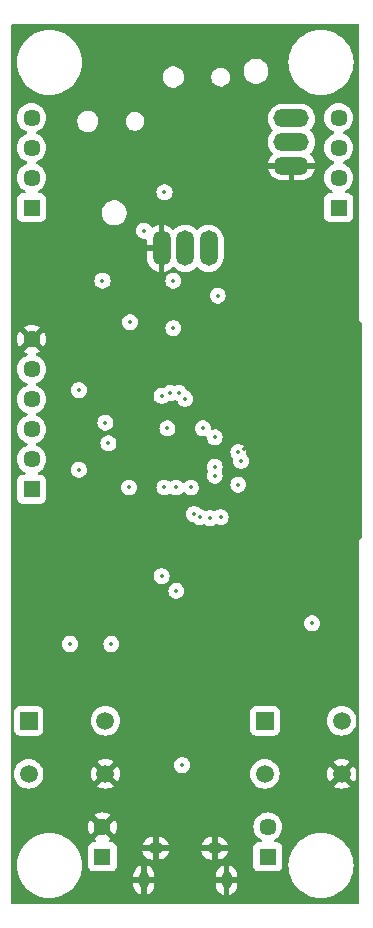
<source format=gbr>
%TF.GenerationSoftware,KiCad,Pcbnew,8.0.2*%
%TF.CreationDate,2024-06-27T22:03:59-04:00*%
%TF.ProjectId,HackerMouseProject,4861636b-6572-44d6-9f75-736550726f6a,rev?*%
%TF.SameCoordinates,Original*%
%TF.FileFunction,Copper,L2,Inr*%
%TF.FilePolarity,Positive*%
%FSLAX46Y46*%
G04 Gerber Fmt 4.6, Leading zero omitted, Abs format (unit mm)*
G04 Created by KiCad (PCBNEW 8.0.2) date 2024-06-27 22:03:59*
%MOMM*%
%LPD*%
G01*
G04 APERTURE LIST*
%TA.AperFunction,ComponentPad*%
%ADD10R,1.450000X1.450000*%
%TD*%
%TA.AperFunction,ComponentPad*%
%ADD11C,1.450000*%
%TD*%
%TA.AperFunction,ComponentPad*%
%ADD12O,3.000000X1.500000*%
%TD*%
%TA.AperFunction,ComponentPad*%
%ADD13O,1.500000X3.000000*%
%TD*%
%TA.AperFunction,ComponentPad*%
%ADD14R,1.498000X1.498000*%
%TD*%
%TA.AperFunction,ComponentPad*%
%ADD15C,1.498000*%
%TD*%
%TA.AperFunction,ComponentPad*%
%ADD16O,0.775000X1.550000*%
%TD*%
%TA.AperFunction,ComponentPad*%
%ADD17O,1.300000X0.950000*%
%TD*%
%TA.AperFunction,ViaPad*%
%ADD18C,0.350000*%
%TD*%
G04 APERTURE END LIST*
D10*
%TO.N,+5V*%
%TO.C,J6*%
X168000000Y-104770000D03*
D11*
%TO.N,GND*%
X168000000Y-102230000D03*
%TD*%
D12*
%TO.N,/JOY_X*%
%TO.C,S1*%
X184000000Y-44250000D03*
%TO.N,GND*%
X184000000Y-46250000D03*
%TO.N,+3V3*%
X184000000Y-42250000D03*
D13*
%TO.N,/JOY_Y*%
X175000000Y-53250000D03*
%TO.N,+3V3*%
X177000000Y-53250000D03*
%TO.N,GND*%
X173000000Y-53250000D03*
%TD*%
D10*
%TO.N,/GPIO21*%
%TO.C,J5*%
X162000000Y-49810000D03*
D11*
%TO.N,/GPIO33*%
X162000000Y-47270000D03*
%TO.N,/GPIO34*%
X162000000Y-44730000D03*
%TO.N,/GPIO35*%
X162000000Y-42190000D03*
%TD*%
D14*
%TO.N,/BOOT*%
%TO.C,SW3*%
X161750000Y-93250000D03*
D15*
%TO.N,unconnected-(SW3-Pad2)*%
X168250000Y-93250000D03*
%TO.N,unconnected-(SW3-Pad3)*%
X161750000Y-97750000D03*
%TO.N,GND*%
X168250000Y-97750000D03*
%TD*%
D10*
%TO.N,/GPIO36*%
%TO.C,J4*%
X188000000Y-49810000D03*
D11*
%TO.N,/GPIO37*%
X188000000Y-47270000D03*
%TO.N,/GPIO38*%
X188000000Y-44730000D03*
%TO.N,/GPIO45*%
X188000000Y-42190000D03*
%TD*%
D14*
%TO.N,Net-(R1-Pad2)*%
%TO.C,SW1*%
X181750000Y-93250000D03*
D15*
%TO.N,unconnected-(SW1-Pad2)*%
X188250000Y-93250000D03*
%TO.N,unconnected-(SW1-Pad3)*%
X181750000Y-97750000D03*
%TO.N,GND*%
X188250000Y-97750000D03*
%TD*%
D16*
%TO.N,GND*%
%TO.C,J1*%
X171500000Y-106750000D03*
X178500000Y-106750000D03*
D17*
X172500000Y-104050000D03*
X177500000Y-104050000D03*
%TD*%
D10*
%TO.N,/ESP_RX*%
%TO.C,J2*%
X182000000Y-104770000D03*
D11*
%TO.N,/ESP_TX*%
X182000000Y-102230000D03*
%TD*%
D10*
%TO.N,/CS1*%
%TO.C,J3*%
X162000000Y-73650000D03*
D11*
%TO.N,/SCK*%
X162000000Y-71110000D03*
%TO.N,/MOSI*%
X162000000Y-68570000D03*
%TO.N,/MISO*%
X162000000Y-66030000D03*
%TO.N,+5V*%
X162000000Y-63490000D03*
%TO.N,GND*%
X162000000Y-60950000D03*
%TD*%
D18*
%TO.N,GND*%
X180000000Y-77000000D03*
X175500000Y-76750000D03*
X175750000Y-77750000D03*
X176750000Y-80750000D03*
X176500000Y-82500000D03*
X186000000Y-98250000D03*
X188500000Y-69000000D03*
X188500000Y-67250000D03*
X186750000Y-69000000D03*
X186750000Y-67250000D03*
X178500000Y-60750000D03*
X183250000Y-60750000D03*
X184000000Y-59250000D03*
X185250000Y-58000000D03*
X182000000Y-59250000D03*
X183000000Y-58000000D03*
X181250000Y-58000000D03*
X180250000Y-59250000D03*
X178500000Y-59250000D03*
X179500000Y-58000000D03*
X188750000Y-55000000D03*
X187500000Y-53750000D03*
X186500000Y-56750000D03*
X185500000Y-55500000D03*
X186500000Y-54750000D03*
X187500000Y-55750000D03*
X185500000Y-53500000D03*
X184500000Y-56750000D03*
X183500000Y-55750000D03*
X182500000Y-56750000D03*
X181500000Y-55750000D03*
X180500000Y-56750000D03*
X184500000Y-54500000D03*
X183500000Y-53500000D03*
X182500000Y-54500000D03*
X186250000Y-52500000D03*
X184250000Y-52500000D03*
X185250000Y-51500000D03*
X183000000Y-35500000D03*
X181500000Y-48750000D03*
X180000000Y-51250000D03*
X169750000Y-55250000D03*
X169000000Y-47500000D03*
X169000000Y-52750000D03*
X174750000Y-50750000D03*
X175250000Y-49000000D03*
X174500000Y-46750000D03*
X176000000Y-45250000D03*
X178000000Y-43500000D03*
X180250000Y-40500000D03*
X172500000Y-39000000D03*
X173000000Y-42000000D03*
X169500000Y-36000000D03*
X169500000Y-40000000D03*
X167500000Y-37250000D03*
X164500000Y-41500000D03*
X167750000Y-44500000D03*
X165750000Y-45500000D03*
X165750000Y-48750000D03*
X168000000Y-59000000D03*
X166000000Y-56750000D03*
X161000000Y-53250000D03*
X161000000Y-56250000D03*
X161250000Y-58750000D03*
X164250000Y-62000000D03*
X164250000Y-63500000D03*
X164500000Y-65000000D03*
X167500000Y-65500000D03*
X168000000Y-71500000D03*
X164500000Y-70000000D03*
X164500000Y-71750000D03*
X161750000Y-82000000D03*
X161750000Y-80750000D03*
X161750000Y-79500000D03*
X161750000Y-77750000D03*
X168000000Y-77000000D03*
X168000000Y-79000000D03*
X170750000Y-75000000D03*
X169000000Y-75000000D03*
X183250000Y-76750000D03*
X186000000Y-79250000D03*
X183000000Y-80750000D03*
X183000000Y-82750000D03*
X185250000Y-77250000D03*
X188000000Y-74750000D03*
X188000000Y-75750000D03*
X188000000Y-77000000D03*
X188000000Y-78750000D03*
X188000000Y-80750000D03*
X188000000Y-82750000D03*
X188000000Y-85250000D03*
X188000000Y-87250000D03*
X188000000Y-89000000D03*
X188000000Y-90750000D03*
X182750000Y-87250000D03*
X181500000Y-87500000D03*
X181250000Y-88750000D03*
X180000000Y-91750000D03*
X170500000Y-99500000D03*
X170500000Y-102250000D03*
X178250000Y-102000000D03*
X177750000Y-98500000D03*
X182000000Y-107750000D03*
X168500000Y-107500000D03*
X182000000Y-100000000D03*
X186000000Y-101250000D03*
X179750000Y-94250000D03*
X182250000Y-95500000D03*
X186000000Y-95500000D03*
X161750000Y-85000000D03*
X161750000Y-83500000D03*
X176350000Y-84390000D03*
X173180000Y-85080000D03*
X176150000Y-86070000D03*
X175710000Y-87410000D03*
X175710000Y-87410000D03*
X173640000Y-91060000D03*
X176610000Y-91610000D03*
X176960000Y-93150000D03*
X172970000Y-92830000D03*
X170260000Y-95220000D03*
X165020000Y-93740000D03*
X165870000Y-97640000D03*
X165630000Y-99940000D03*
X161610000Y-100350000D03*
X162310000Y-101510000D03*
X189750000Y-61620000D03*
X168750000Y-81500000D03*
X168750000Y-83750000D03*
X168750000Y-84500000D03*
X168750000Y-83000000D03*
X168750000Y-82250000D03*
X168750000Y-85250000D03*
X185500000Y-62000000D03*
X183000000Y-62000000D03*
X184250000Y-62000000D03*
X181750000Y-62000000D03*
X185500000Y-62750000D03*
X184750000Y-62750000D03*
X184000000Y-62750000D03*
X183250000Y-62750000D03*
X182500000Y-62750000D03*
X181750000Y-62750000D03*
X178000000Y-62750000D03*
X178750000Y-62250000D03*
X179500000Y-62250000D03*
X179500000Y-63000000D03*
X178750000Y-63000000D03*
X178000000Y-63500000D03*
X177250000Y-63500000D03*
X177250000Y-64250000D03*
X185250000Y-65000000D03*
X181500000Y-67250000D03*
X181500000Y-65750000D03*
X181500000Y-65000000D03*
X180750000Y-65750000D03*
X180000000Y-67250000D03*
X179250000Y-65750000D03*
X185500000Y-65750000D03*
X186500000Y-65500000D03*
X187500000Y-65500000D03*
X188500000Y-65500000D03*
X189500000Y-66000000D03*
X189000000Y-65000000D03*
X188000000Y-65000000D03*
X187000000Y-65000000D03*
X186000000Y-65000000D03*
X184500000Y-65000000D03*
X183750000Y-65000000D03*
X183000000Y-65000000D03*
X182250000Y-65000000D03*
X180750000Y-65000000D03*
X180000000Y-65000000D03*
X179250000Y-65000000D03*
X178500000Y-65000000D03*
X178500000Y-65750000D03*
X178500000Y-66500000D03*
X178500000Y-67250000D03*
X171500000Y-67000000D03*
X172500000Y-68750000D03*
X172500000Y-69750000D03*
X177500000Y-70500000D03*
X172500000Y-71750000D03*
X172500000Y-72500000D03*
%TO.N,+3V3*%
X177500000Y-69250000D03*
X177500000Y-72500000D03*
%TO.N,/ESP_RX*%
X179750000Y-71250000D03*
%TO.N,/ESP_TX*%
X177500000Y-71750000D03*
%TO.N,/GPIO37*%
X178000000Y-76000000D03*
X171500000Y-51750000D03*
X173250000Y-48500000D03*
%TO.N,/GPIO38*%
X179500000Y-73250000D03*
X177750000Y-57250000D03*
%TO.N,/GPIO45*%
X179500000Y-70500000D03*
%TO.N,/BUT_1*%
X174000000Y-56000000D03*
%TO.N,/BUT_2*%
X168000000Y-56000000D03*
%TO.N,/GPIO36*%
X177113910Y-76113910D03*
%TO.N,/GPIO35*%
X176250000Y-76000000D03*
%TO.N,/GPIO34*%
X175750000Y-75750000D03*
%TO.N,/GPIO33*%
X175500000Y-73500000D03*
%TO.N,/GPIO21*%
X170250000Y-73500000D03*
%TO.N,/BUT_2*%
X173000000Y-65750000D03*
X170337500Y-59500000D03*
%TO.N,/BUT_1*%
X174000000Y-60000000D03*
X173750000Y-65500000D03*
%TO.N,/JOY_Y*%
X174500000Y-65500000D03*
%TO.N,/JOY_X*%
X175000000Y-66000000D03*
%TO.N,+3V3*%
X166000000Y-65250000D03*
X166000000Y-72000000D03*
%TO.N,GND*%
X185000000Y-74500000D03*
X186000000Y-71250000D03*
X185500000Y-70750000D03*
X184250000Y-69250000D03*
X184000000Y-71250000D03*
X185250000Y-69250000D03*
X183250000Y-69250000D03*
X182000000Y-74500000D03*
X183500000Y-75000000D03*
X187500000Y-70750000D03*
X181500000Y-70250000D03*
X181500000Y-72250000D03*
X186000000Y-73500000D03*
X185500000Y-75000000D03*
X181500000Y-68750000D03*
X185500000Y-74000000D03*
X185000000Y-71250000D03*
X181000000Y-69750000D03*
X188000000Y-72250000D03*
X186500000Y-70750000D03*
X180000000Y-72250000D03*
X182234959Y-69225614D03*
X185500000Y-73000000D03*
X180500000Y-71750000D03*
X186000000Y-70250000D03*
X184000000Y-74500000D03*
X185500000Y-69750000D03*
X183000000Y-71250000D03*
X182000000Y-72750000D03*
X182500000Y-75000000D03*
X186000000Y-72500000D03*
X186000000Y-74500000D03*
X188000000Y-73250000D03*
X183000000Y-74500000D03*
X180000000Y-70250000D03*
X188000000Y-71250000D03*
X184500000Y-75000000D03*
X180500000Y-70750000D03*
%TO.N,+3V3*%
X168750000Y-86750000D03*
X165250000Y-86750000D03*
%TO.N,/RESET*%
X176500000Y-68500000D03*
X185750000Y-85000000D03*
%TO.N,/MISO*%
X168250000Y-68000000D03*
%TO.N,/CS1*%
X168500000Y-69750000D03*
%TO.N,/BOOT*%
X174750000Y-97000000D03*
X173500000Y-68500000D03*
%TO.N,/SPICS0*%
X173000000Y-81000000D03*
X173250000Y-73500000D03*
%TO.N,/SPIQ*%
X174250000Y-73500000D03*
X174250000Y-82250000D03*
%TO.N,GND*%
X181500000Y-71250000D03*
X182000000Y-71750000D03*
%TD*%
%TA.AperFunction,Conductor*%
%TO.N,GND*%
G36*
X189692539Y-34270185D02*
G01*
X189738294Y-34322989D01*
X189749500Y-34374500D01*
X189749500Y-59299829D01*
X189787636Y-59391897D01*
X189858103Y-59462364D01*
X189923452Y-59489432D01*
X189977856Y-59533273D01*
X189999921Y-59599567D01*
X190000000Y-59603993D01*
X190000000Y-77646006D01*
X189980315Y-77713045D01*
X189927511Y-77758800D01*
X189923453Y-77760567D01*
X189858102Y-77787636D01*
X189787636Y-77858102D01*
X189749500Y-77950170D01*
X189749500Y-93212890D01*
X189739249Y-93247799D01*
X189747069Y-93262677D01*
X189749500Y-93287109D01*
X189749500Y-97718629D01*
X189741411Y-97746174D01*
X189747069Y-97756938D01*
X189749500Y-97781370D01*
X189749500Y-108625500D01*
X189729815Y-108692539D01*
X189677011Y-108738294D01*
X189625500Y-108749500D01*
X160374500Y-108749500D01*
X160307461Y-108729815D01*
X160261706Y-108677011D01*
X160250500Y-108625500D01*
X160250500Y-105500000D01*
X160744473Y-105500000D01*
X160764563Y-105832136D01*
X160764563Y-105832141D01*
X160764564Y-105832142D01*
X160824544Y-106159441D01*
X160824545Y-106159445D01*
X160824546Y-106159449D01*
X160923530Y-106477104D01*
X160923534Y-106477116D01*
X160923537Y-106477123D01*
X161060102Y-106780557D01*
X161192760Y-107000000D01*
X161232251Y-107065326D01*
X161437460Y-107327255D01*
X161672744Y-107562539D01*
X161934673Y-107767748D01*
X161934678Y-107767751D01*
X161934682Y-107767754D01*
X162219443Y-107939898D01*
X162522877Y-108076463D01*
X162522890Y-108076467D01*
X162522895Y-108076469D01*
X162734665Y-108142458D01*
X162840559Y-108175456D01*
X163167858Y-108235436D01*
X163500000Y-108255527D01*
X163832142Y-108235436D01*
X164159441Y-108175456D01*
X164477123Y-108076463D01*
X164780557Y-107939898D01*
X165065318Y-107767754D01*
X165327252Y-107562542D01*
X165562542Y-107327252D01*
X165767754Y-107065318D01*
X165939898Y-106780557D01*
X166076463Y-106477123D01*
X166139420Y-106275084D01*
X170612500Y-106275084D01*
X170612500Y-106500000D01*
X171250000Y-106500000D01*
X171250000Y-107000000D01*
X170612500Y-107000000D01*
X170612500Y-107224915D01*
X170646604Y-107396366D01*
X170646606Y-107396374D01*
X170713506Y-107557886D01*
X170713511Y-107557895D01*
X170810633Y-107703247D01*
X170810636Y-107703251D01*
X170934248Y-107826863D01*
X170934252Y-107826866D01*
X171079604Y-107923988D01*
X171079617Y-107923995D01*
X171241120Y-107990891D01*
X171241128Y-107990893D01*
X171250000Y-107992658D01*
X171250000Y-107124728D01*
X171288060Y-107216614D01*
X171358386Y-107286940D01*
X171450272Y-107325000D01*
X171549728Y-107325000D01*
X171641614Y-107286940D01*
X171711940Y-107216614D01*
X171750000Y-107124728D01*
X171750000Y-107992657D01*
X171758871Y-107990893D01*
X171758879Y-107990891D01*
X171920382Y-107923995D01*
X171920395Y-107923988D01*
X172065747Y-107826866D01*
X172065751Y-107826863D01*
X172189363Y-107703251D01*
X172189366Y-107703247D01*
X172286488Y-107557895D01*
X172286493Y-107557886D01*
X172353393Y-107396374D01*
X172353395Y-107396366D01*
X172387499Y-107224915D01*
X172387500Y-107224912D01*
X172387500Y-107000000D01*
X171750000Y-107000000D01*
X171750000Y-106500000D01*
X172387500Y-106500000D01*
X172387500Y-106275088D01*
X172387499Y-106275084D01*
X177612500Y-106275084D01*
X177612500Y-106500000D01*
X178250000Y-106500000D01*
X178250000Y-107000000D01*
X177612500Y-107000000D01*
X177612500Y-107224915D01*
X177646604Y-107396366D01*
X177646606Y-107396374D01*
X177713506Y-107557886D01*
X177713511Y-107557895D01*
X177810633Y-107703247D01*
X177810636Y-107703251D01*
X177934248Y-107826863D01*
X177934252Y-107826866D01*
X178079604Y-107923988D01*
X178079617Y-107923995D01*
X178241120Y-107990891D01*
X178241128Y-107990893D01*
X178250000Y-107992658D01*
X178250000Y-107124728D01*
X178288060Y-107216614D01*
X178358386Y-107286940D01*
X178450272Y-107325000D01*
X178549728Y-107325000D01*
X178641614Y-107286940D01*
X178711940Y-107216614D01*
X178750000Y-107124728D01*
X178750000Y-107992657D01*
X178758871Y-107990893D01*
X178758879Y-107990891D01*
X178920382Y-107923995D01*
X178920395Y-107923988D01*
X179065747Y-107826866D01*
X179065751Y-107826863D01*
X179189363Y-107703251D01*
X179189366Y-107703247D01*
X179286488Y-107557895D01*
X179286493Y-107557886D01*
X179353393Y-107396374D01*
X179353395Y-107396366D01*
X179387499Y-107224915D01*
X179387500Y-107224912D01*
X179387500Y-107000000D01*
X178750000Y-107000000D01*
X178750000Y-106500000D01*
X179387500Y-106500000D01*
X179387500Y-106275088D01*
X179387499Y-106275084D01*
X179353395Y-106103633D01*
X179353393Y-106103625D01*
X179286493Y-105942113D01*
X179286488Y-105942104D01*
X179189366Y-105796752D01*
X179189363Y-105796748D01*
X179065751Y-105673136D01*
X179065747Y-105673133D01*
X178920395Y-105576011D01*
X178920385Y-105576006D01*
X178758871Y-105509105D01*
X178750000Y-105507339D01*
X178750000Y-106375272D01*
X178711940Y-106283386D01*
X178641614Y-106213060D01*
X178549728Y-106175000D01*
X178450272Y-106175000D01*
X178358386Y-106213060D01*
X178288060Y-106283386D01*
X178250000Y-106375272D01*
X178250000Y-105507340D01*
X178249999Y-105507339D01*
X178241128Y-105509105D01*
X178079614Y-105576006D01*
X178079604Y-105576011D01*
X177934252Y-105673133D01*
X177934248Y-105673136D01*
X177810636Y-105796748D01*
X177810633Y-105796752D01*
X177713511Y-105942104D01*
X177713506Y-105942113D01*
X177646606Y-106103625D01*
X177646604Y-106103633D01*
X177612500Y-106275084D01*
X172387499Y-106275084D01*
X172353395Y-106103633D01*
X172353393Y-106103625D01*
X172286493Y-105942113D01*
X172286488Y-105942104D01*
X172189366Y-105796752D01*
X172189363Y-105796748D01*
X172065751Y-105673136D01*
X172065747Y-105673133D01*
X171920395Y-105576011D01*
X171920385Y-105576006D01*
X171758871Y-105509105D01*
X171750000Y-105507339D01*
X171750000Y-106375272D01*
X171711940Y-106283386D01*
X171641614Y-106213060D01*
X171549728Y-106175000D01*
X171450272Y-106175000D01*
X171358386Y-106213060D01*
X171288060Y-106283386D01*
X171250000Y-106375272D01*
X171250000Y-105507340D01*
X171249999Y-105507339D01*
X171241128Y-105509105D01*
X171079614Y-105576006D01*
X171079604Y-105576011D01*
X170934252Y-105673133D01*
X170934248Y-105673136D01*
X170810636Y-105796748D01*
X170810633Y-105796752D01*
X170713511Y-105942104D01*
X170713506Y-105942113D01*
X170646606Y-106103625D01*
X170646604Y-106103633D01*
X170612500Y-106275084D01*
X166139420Y-106275084D01*
X166175456Y-106159441D01*
X166235436Y-105832142D01*
X166255527Y-105500000D01*
X166235436Y-105167858D01*
X166175456Y-104840559D01*
X166076463Y-104522877D01*
X165939898Y-104219443D01*
X165767754Y-103934682D01*
X165767751Y-103934678D01*
X165767748Y-103934673D01*
X165562539Y-103672744D01*
X165327255Y-103437460D01*
X165065326Y-103232251D01*
X164988758Y-103185964D01*
X164780557Y-103060102D01*
X164477123Y-102923537D01*
X164477116Y-102923534D01*
X164477104Y-102923530D01*
X164159449Y-102824546D01*
X164159445Y-102824545D01*
X164159441Y-102824544D01*
X163832142Y-102764564D01*
X163832141Y-102764563D01*
X163832136Y-102764563D01*
X163500000Y-102744473D01*
X163167863Y-102764563D01*
X163167858Y-102764564D01*
X162840559Y-102824544D01*
X162840556Y-102824544D01*
X162840550Y-102824546D01*
X162522895Y-102923530D01*
X162522879Y-102923536D01*
X162522877Y-102923537D01*
X162329656Y-103010498D01*
X162219447Y-103060100D01*
X162219445Y-103060101D01*
X161934673Y-103232251D01*
X161672744Y-103437460D01*
X161437460Y-103672744D01*
X161232251Y-103934673D01*
X161194496Y-103997128D01*
X161060102Y-104219443D01*
X160928504Y-104511842D01*
X160923536Y-104522880D01*
X160923530Y-104522895D01*
X160824546Y-104840550D01*
X160824544Y-104840556D01*
X160824544Y-104840559D01*
X160797610Y-104987531D01*
X160764563Y-105167863D01*
X160744473Y-105500000D01*
X160250500Y-105500000D01*
X160250500Y-102229999D01*
X166770321Y-102229999D01*
X166770321Y-102230000D01*
X166789002Y-102443527D01*
X166789004Y-102443537D01*
X166844477Y-102650567D01*
X166844481Y-102650576D01*
X166935066Y-102844838D01*
X166935067Y-102844840D01*
X166974825Y-102901620D01*
X166974826Y-102901621D01*
X167476212Y-102400234D01*
X167487482Y-102442292D01*
X167559890Y-102567708D01*
X167662292Y-102670110D01*
X167787708Y-102742518D01*
X167829764Y-102753787D01*
X167328377Y-103255173D01*
X167385160Y-103294933D01*
X167413435Y-103308117D01*
X167465875Y-103354289D01*
X167485028Y-103421482D01*
X167464813Y-103488364D01*
X167411648Y-103533699D01*
X167361033Y-103544500D01*
X167227130Y-103544500D01*
X167227123Y-103544501D01*
X167167516Y-103550908D01*
X167032671Y-103601202D01*
X167032664Y-103601206D01*
X166917455Y-103687452D01*
X166917452Y-103687455D01*
X166831206Y-103802664D01*
X166831202Y-103802671D01*
X166780908Y-103937517D01*
X166774501Y-103997116D01*
X166774501Y-103997123D01*
X166774500Y-103997135D01*
X166774500Y-105542870D01*
X166774501Y-105542876D01*
X166780908Y-105602483D01*
X166831202Y-105737328D01*
X166831206Y-105737335D01*
X166917452Y-105852544D01*
X166917455Y-105852547D01*
X167032664Y-105938793D01*
X167032671Y-105938797D01*
X167167517Y-105989091D01*
X167167516Y-105989091D01*
X167174444Y-105989835D01*
X167227127Y-105995500D01*
X168772872Y-105995499D01*
X168832483Y-105989091D01*
X168967331Y-105938796D01*
X169082546Y-105852546D01*
X169168796Y-105737331D01*
X169219091Y-105602483D01*
X169225500Y-105542873D01*
X169225499Y-103997128D01*
X169219091Y-103937517D01*
X169218030Y-103934673D01*
X169168797Y-103802671D01*
X169168793Y-103802664D01*
X169166799Y-103800000D01*
X171380626Y-103800000D01*
X172209943Y-103800000D01*
X172169225Y-103816866D01*
X172091866Y-103894225D01*
X172050000Y-103995299D01*
X172050000Y-104104701D01*
X172091866Y-104205775D01*
X172169225Y-104283134D01*
X172209943Y-104300000D01*
X171380626Y-104300000D01*
X171387466Y-104334389D01*
X171387468Y-104334397D01*
X171460964Y-104511833D01*
X171460969Y-104511842D01*
X171567667Y-104671526D01*
X171567670Y-104671530D01*
X171703469Y-104807329D01*
X171703473Y-104807332D01*
X171863157Y-104914030D01*
X171863166Y-104914035D01*
X172040602Y-104987531D01*
X172040610Y-104987533D01*
X172228966Y-105024999D01*
X172228970Y-105025000D01*
X172250000Y-105025000D01*
X172250000Y-104316591D01*
X172270299Y-104325000D01*
X172729701Y-104325000D01*
X172750000Y-104316591D01*
X172750000Y-105025000D01*
X172771030Y-105025000D01*
X172771033Y-105024999D01*
X172959389Y-104987533D01*
X172959397Y-104987531D01*
X173136833Y-104914035D01*
X173136842Y-104914030D01*
X173296526Y-104807332D01*
X173296530Y-104807329D01*
X173432329Y-104671530D01*
X173432332Y-104671526D01*
X173539030Y-104511842D01*
X173539035Y-104511833D01*
X173612531Y-104334397D01*
X173612533Y-104334389D01*
X173619374Y-104300000D01*
X172790057Y-104300000D01*
X172830775Y-104283134D01*
X172908134Y-104205775D01*
X172950000Y-104104701D01*
X172950000Y-103995299D01*
X172908134Y-103894225D01*
X172830775Y-103816866D01*
X172790057Y-103800000D01*
X173619374Y-103800000D01*
X176380626Y-103800000D01*
X177209943Y-103800000D01*
X177169225Y-103816866D01*
X177091866Y-103894225D01*
X177050000Y-103995299D01*
X177050000Y-104104701D01*
X177091866Y-104205775D01*
X177169225Y-104283134D01*
X177209943Y-104300000D01*
X176380626Y-104300000D01*
X176387466Y-104334389D01*
X176387468Y-104334397D01*
X176460964Y-104511833D01*
X176460969Y-104511842D01*
X176567667Y-104671526D01*
X176567670Y-104671530D01*
X176703469Y-104807329D01*
X176703473Y-104807332D01*
X176863157Y-104914030D01*
X176863166Y-104914035D01*
X177040602Y-104987531D01*
X177040610Y-104987533D01*
X177228966Y-105024999D01*
X177228970Y-105025000D01*
X177250000Y-105025000D01*
X177250000Y-104316591D01*
X177270299Y-104325000D01*
X177729701Y-104325000D01*
X177750000Y-104316591D01*
X177750000Y-105025000D01*
X177771030Y-105025000D01*
X177771033Y-105024999D01*
X177959389Y-104987533D01*
X177959397Y-104987531D01*
X178136833Y-104914035D01*
X178136842Y-104914030D01*
X178296526Y-104807332D01*
X178296530Y-104807329D01*
X178432329Y-104671530D01*
X178432332Y-104671526D01*
X178539030Y-104511842D01*
X178539035Y-104511833D01*
X178612531Y-104334397D01*
X178612533Y-104334389D01*
X178619374Y-104300000D01*
X177790057Y-104300000D01*
X177830775Y-104283134D01*
X177908134Y-104205775D01*
X177950000Y-104104701D01*
X177950000Y-103995299D01*
X177908134Y-103894225D01*
X177830775Y-103816866D01*
X177790057Y-103800000D01*
X178619374Y-103800000D01*
X178612533Y-103765610D01*
X178612531Y-103765602D01*
X178539035Y-103588166D01*
X178539030Y-103588157D01*
X178432332Y-103428473D01*
X178432329Y-103428469D01*
X178296530Y-103292670D01*
X178296526Y-103292667D01*
X178136842Y-103185969D01*
X178136833Y-103185964D01*
X177959397Y-103112468D01*
X177959389Y-103112466D01*
X177771033Y-103075000D01*
X177750000Y-103075000D01*
X177750000Y-103783408D01*
X177729701Y-103775000D01*
X177270299Y-103775000D01*
X177250000Y-103783408D01*
X177250000Y-103075000D01*
X177228966Y-103075000D01*
X177040610Y-103112466D01*
X177040602Y-103112468D01*
X176863166Y-103185964D01*
X176863157Y-103185969D01*
X176703473Y-103292667D01*
X176703469Y-103292670D01*
X176567670Y-103428469D01*
X176567667Y-103428473D01*
X176460969Y-103588157D01*
X176460964Y-103588166D01*
X176387468Y-103765602D01*
X176387466Y-103765610D01*
X176380626Y-103800000D01*
X173619374Y-103800000D01*
X173612533Y-103765610D01*
X173612531Y-103765602D01*
X173539035Y-103588166D01*
X173539030Y-103588157D01*
X173432332Y-103428473D01*
X173432329Y-103428469D01*
X173296530Y-103292670D01*
X173296526Y-103292667D01*
X173136842Y-103185969D01*
X173136833Y-103185964D01*
X172959397Y-103112468D01*
X172959389Y-103112466D01*
X172771033Y-103075000D01*
X172750000Y-103075000D01*
X172750000Y-103783408D01*
X172729701Y-103775000D01*
X172270299Y-103775000D01*
X172250000Y-103783408D01*
X172250000Y-103075000D01*
X172228966Y-103075000D01*
X172040610Y-103112466D01*
X172040602Y-103112468D01*
X171863166Y-103185964D01*
X171863157Y-103185969D01*
X171703473Y-103292667D01*
X171703469Y-103292670D01*
X171567670Y-103428469D01*
X171567667Y-103428473D01*
X171460969Y-103588157D01*
X171460964Y-103588166D01*
X171387468Y-103765602D01*
X171387466Y-103765610D01*
X171380626Y-103800000D01*
X169166799Y-103800000D01*
X169082547Y-103687455D01*
X169082544Y-103687452D01*
X168967335Y-103601206D01*
X168967328Y-103601202D01*
X168832482Y-103550908D01*
X168832483Y-103550908D01*
X168772883Y-103544501D01*
X168772881Y-103544500D01*
X168772873Y-103544500D01*
X168772865Y-103544500D01*
X168638968Y-103544500D01*
X168571929Y-103524815D01*
X168526174Y-103472011D01*
X168516230Y-103402853D01*
X168545255Y-103339297D01*
X168586565Y-103308117D01*
X168614839Y-103294932D01*
X168671621Y-103255173D01*
X168170235Y-102753787D01*
X168212292Y-102742518D01*
X168337708Y-102670110D01*
X168440110Y-102567708D01*
X168512518Y-102442292D01*
X168523787Y-102400234D01*
X169025173Y-102901621D01*
X169064933Y-102844839D01*
X169155518Y-102650576D01*
X169155522Y-102650567D01*
X169210995Y-102443537D01*
X169210997Y-102443527D01*
X169229679Y-102230000D01*
X169229679Y-102229999D01*
X169229679Y-102229998D01*
X180769819Y-102229998D01*
X180769819Y-102230001D01*
X180788507Y-102443613D01*
X180788509Y-102443624D01*
X180844005Y-102650739D01*
X180844007Y-102650743D01*
X180844008Y-102650747D01*
X180887713Y-102744473D01*
X180934631Y-102845090D01*
X180934632Y-102845091D01*
X181057627Y-103020745D01*
X181209255Y-103172373D01*
X181384909Y-103295368D01*
X181412252Y-103308118D01*
X181464691Y-103354288D01*
X181483845Y-103421481D01*
X181463631Y-103488363D01*
X181410467Y-103533698D01*
X181359850Y-103544500D01*
X181227130Y-103544500D01*
X181227123Y-103544501D01*
X181167516Y-103550908D01*
X181032671Y-103601202D01*
X181032664Y-103601206D01*
X180917455Y-103687452D01*
X180917452Y-103687455D01*
X180831206Y-103802664D01*
X180831202Y-103802671D01*
X180780908Y-103937517D01*
X180774501Y-103997116D01*
X180774501Y-103997123D01*
X180774500Y-103997135D01*
X180774500Y-105542870D01*
X180774501Y-105542876D01*
X180780908Y-105602483D01*
X180831202Y-105737328D01*
X180831206Y-105737335D01*
X180917452Y-105852544D01*
X180917455Y-105852547D01*
X181032664Y-105938793D01*
X181032671Y-105938797D01*
X181167517Y-105989091D01*
X181167516Y-105989091D01*
X181174444Y-105989835D01*
X181227127Y-105995500D01*
X182772872Y-105995499D01*
X182832483Y-105989091D01*
X182967331Y-105938796D01*
X183082546Y-105852546D01*
X183168796Y-105737331D01*
X183219091Y-105602483D01*
X183225500Y-105542873D01*
X183225500Y-105500000D01*
X183744473Y-105500000D01*
X183764563Y-105832136D01*
X183764563Y-105832141D01*
X183764564Y-105832142D01*
X183824544Y-106159441D01*
X183824545Y-106159445D01*
X183824546Y-106159449D01*
X183923530Y-106477104D01*
X183923534Y-106477116D01*
X183923537Y-106477123D01*
X184060102Y-106780557D01*
X184192760Y-107000000D01*
X184232251Y-107065326D01*
X184437460Y-107327255D01*
X184672744Y-107562539D01*
X184934673Y-107767748D01*
X184934678Y-107767751D01*
X184934682Y-107767754D01*
X185219443Y-107939898D01*
X185522877Y-108076463D01*
X185522890Y-108076467D01*
X185522895Y-108076469D01*
X185734665Y-108142458D01*
X185840559Y-108175456D01*
X186167858Y-108235436D01*
X186500000Y-108255527D01*
X186832142Y-108235436D01*
X187159441Y-108175456D01*
X187477123Y-108076463D01*
X187780557Y-107939898D01*
X188065318Y-107767754D01*
X188327252Y-107562542D01*
X188562542Y-107327252D01*
X188767754Y-107065318D01*
X188939898Y-106780557D01*
X189076463Y-106477123D01*
X189175456Y-106159441D01*
X189235436Y-105832142D01*
X189255527Y-105500000D01*
X189235436Y-105167858D01*
X189175456Y-104840559D01*
X189076463Y-104522877D01*
X188939898Y-104219443D01*
X188767754Y-103934682D01*
X188767751Y-103934678D01*
X188767748Y-103934673D01*
X188562539Y-103672744D01*
X188327255Y-103437460D01*
X188065326Y-103232251D01*
X187988758Y-103185964D01*
X187780557Y-103060102D01*
X187477123Y-102923537D01*
X187477116Y-102923534D01*
X187477104Y-102923530D01*
X187159449Y-102824546D01*
X187159445Y-102824545D01*
X187159441Y-102824544D01*
X186832142Y-102764564D01*
X186832141Y-102764563D01*
X186832136Y-102764563D01*
X186500000Y-102744473D01*
X186167863Y-102764563D01*
X186167858Y-102764564D01*
X185840559Y-102824544D01*
X185840556Y-102824544D01*
X185840550Y-102824546D01*
X185522895Y-102923530D01*
X185522879Y-102923536D01*
X185522877Y-102923537D01*
X185329656Y-103010498D01*
X185219447Y-103060100D01*
X185219445Y-103060101D01*
X184934673Y-103232251D01*
X184672744Y-103437460D01*
X184437460Y-103672744D01*
X184232251Y-103934673D01*
X184194496Y-103997128D01*
X184060102Y-104219443D01*
X183928504Y-104511842D01*
X183923536Y-104522880D01*
X183923530Y-104522895D01*
X183824546Y-104840550D01*
X183824544Y-104840556D01*
X183824544Y-104840559D01*
X183797610Y-104987531D01*
X183764563Y-105167863D01*
X183744473Y-105500000D01*
X183225500Y-105500000D01*
X183225499Y-103997128D01*
X183219091Y-103937517D01*
X183218030Y-103934673D01*
X183168797Y-103802671D01*
X183168793Y-103802664D01*
X183082547Y-103687455D01*
X183082544Y-103687452D01*
X182967335Y-103601206D01*
X182967328Y-103601202D01*
X182832482Y-103550908D01*
X182832483Y-103550908D01*
X182772883Y-103544501D01*
X182772881Y-103544500D01*
X182772873Y-103544500D01*
X182772865Y-103544500D01*
X182640152Y-103544500D01*
X182573113Y-103524815D01*
X182527358Y-103472011D01*
X182517414Y-103402853D01*
X182546439Y-103339297D01*
X182587746Y-103308119D01*
X182615091Y-103295368D01*
X182790745Y-103172373D01*
X182942373Y-103020745D01*
X183065368Y-102845091D01*
X183155992Y-102650747D01*
X183211492Y-102443619D01*
X183230181Y-102230000D01*
X183211492Y-102016381D01*
X183155992Y-101809253D01*
X183065368Y-101614910D01*
X182942373Y-101439255D01*
X182790745Y-101287627D01*
X182672492Y-101204825D01*
X182615090Y-101164631D01*
X182517919Y-101119320D01*
X182420747Y-101074008D01*
X182420743Y-101074007D01*
X182420739Y-101074005D01*
X182213624Y-101018509D01*
X182213620Y-101018508D01*
X182213619Y-101018508D01*
X182213618Y-101018507D01*
X182213613Y-101018507D01*
X182000002Y-100999819D01*
X181999998Y-100999819D01*
X181786386Y-101018507D01*
X181786375Y-101018509D01*
X181579260Y-101074005D01*
X181579251Y-101074009D01*
X181384910Y-101164631D01*
X181384908Y-101164632D01*
X181209259Y-101287623D01*
X181209253Y-101287628D01*
X181057628Y-101439253D01*
X181057623Y-101439259D01*
X180934632Y-101614908D01*
X180934631Y-101614910D01*
X180844009Y-101809251D01*
X180844005Y-101809260D01*
X180788509Y-102016375D01*
X180788507Y-102016386D01*
X180769819Y-102229998D01*
X169229679Y-102229998D01*
X169210997Y-102016472D01*
X169210995Y-102016462D01*
X169155522Y-101809432D01*
X169155518Y-101809423D01*
X169064933Y-101615162D01*
X169025172Y-101558379D01*
X168523787Y-102059764D01*
X168512518Y-102017708D01*
X168440110Y-101892292D01*
X168337708Y-101789890D01*
X168212292Y-101717482D01*
X168170235Y-101706212D01*
X168671621Y-101204826D01*
X168671620Y-101204825D01*
X168614840Y-101165067D01*
X168614838Y-101165066D01*
X168420576Y-101074481D01*
X168420567Y-101074477D01*
X168213537Y-101019004D01*
X168213527Y-101019002D01*
X168000001Y-101000321D01*
X167999999Y-101000321D01*
X167786472Y-101019002D01*
X167786462Y-101019004D01*
X167579432Y-101074477D01*
X167579423Y-101074481D01*
X167385162Y-101165066D01*
X167328378Y-101204826D01*
X167829765Y-101706212D01*
X167787708Y-101717482D01*
X167662292Y-101789890D01*
X167559890Y-101892292D01*
X167487482Y-102017708D01*
X167476212Y-102059764D01*
X166974826Y-101558378D01*
X166935066Y-101615162D01*
X166844481Y-101809423D01*
X166844477Y-101809432D01*
X166789004Y-102016462D01*
X166789002Y-102016472D01*
X166770321Y-102229999D01*
X160250500Y-102229999D01*
X160250500Y-97787109D01*
X160260750Y-97752199D01*
X160257387Y-97745801D01*
X160489381Y-97745801D01*
X160493477Y-97752174D01*
X160498028Y-97776302D01*
X160514781Y-97967796D01*
X160514783Y-97967807D01*
X160571366Y-98178979D01*
X160571368Y-98178983D01*
X160571369Y-98178987D01*
X160663649Y-98376882D01*
X160663768Y-98377137D01*
X160663770Y-98377141D01*
X160789167Y-98556226D01*
X160789172Y-98556232D01*
X160943767Y-98710827D01*
X160943773Y-98710832D01*
X161122858Y-98836229D01*
X161122860Y-98836230D01*
X161122863Y-98836232D01*
X161321013Y-98928631D01*
X161532198Y-98985218D01*
X161687770Y-98998828D01*
X161749998Y-99004273D01*
X161750000Y-99004273D01*
X161750002Y-99004273D01*
X161804450Y-98999509D01*
X161967802Y-98985218D01*
X162178987Y-98928631D01*
X162377137Y-98836232D01*
X162556231Y-98710829D01*
X162710829Y-98556231D01*
X162836232Y-98377137D01*
X162928631Y-98178987D01*
X162985218Y-97967802D01*
X163004273Y-97750000D01*
X163004273Y-97749999D01*
X166996229Y-97749999D01*
X166996229Y-97750000D01*
X167015276Y-97967710D01*
X167015278Y-97967720D01*
X167071838Y-98178807D01*
X167071843Y-98178821D01*
X167164200Y-98376882D01*
X167164201Y-98376884D01*
X167207592Y-98438853D01*
X167771119Y-97875326D01*
X167788734Y-97941063D01*
X167853902Y-98053937D01*
X167946063Y-98146098D01*
X168058937Y-98211266D01*
X168124672Y-98228880D01*
X167561145Y-98792406D01*
X167623115Y-98835798D01*
X167623117Y-98835799D01*
X167821178Y-98928156D01*
X167821192Y-98928161D01*
X168032279Y-98984721D01*
X168032289Y-98984723D01*
X168249999Y-99003771D01*
X168250001Y-99003771D01*
X168467710Y-98984723D01*
X168467720Y-98984721D01*
X168678807Y-98928161D01*
X168678821Y-98928156D01*
X168876883Y-98835799D01*
X168876890Y-98835795D01*
X168938853Y-98792406D01*
X168375327Y-98228879D01*
X168441063Y-98211266D01*
X168553937Y-98146098D01*
X168646098Y-98053937D01*
X168711266Y-97941063D01*
X168728880Y-97875327D01*
X169292406Y-98438853D01*
X169335795Y-98376890D01*
X169335799Y-98376883D01*
X169428156Y-98178821D01*
X169428161Y-98178807D01*
X169484721Y-97967720D01*
X169484723Y-97967710D01*
X169503771Y-97750000D01*
X169503771Y-97749999D01*
X169503771Y-97749998D01*
X180495727Y-97749998D01*
X180495727Y-97750001D01*
X180514781Y-97967796D01*
X180514783Y-97967807D01*
X180571366Y-98178979D01*
X180571368Y-98178983D01*
X180571369Y-98178987D01*
X180663649Y-98376882D01*
X180663768Y-98377137D01*
X180663770Y-98377141D01*
X180789167Y-98556226D01*
X180789172Y-98556232D01*
X180943767Y-98710827D01*
X180943773Y-98710832D01*
X181122858Y-98836229D01*
X181122860Y-98836230D01*
X181122863Y-98836232D01*
X181321013Y-98928631D01*
X181532198Y-98985218D01*
X181687770Y-98998828D01*
X181749998Y-99004273D01*
X181750000Y-99004273D01*
X181750002Y-99004273D01*
X181804450Y-98999509D01*
X181967802Y-98985218D01*
X182178987Y-98928631D01*
X182377137Y-98836232D01*
X182556231Y-98710829D01*
X182710829Y-98556231D01*
X182836232Y-98377137D01*
X182928631Y-98178987D01*
X182985218Y-97967802D01*
X183004273Y-97750000D01*
X183004273Y-97749999D01*
X186996229Y-97749999D01*
X186996229Y-97750000D01*
X187015276Y-97967710D01*
X187015278Y-97967720D01*
X187071838Y-98178807D01*
X187071843Y-98178821D01*
X187164200Y-98376882D01*
X187164201Y-98376884D01*
X187207592Y-98438853D01*
X187771119Y-97875326D01*
X187788734Y-97941063D01*
X187853902Y-98053937D01*
X187946063Y-98146098D01*
X188058937Y-98211266D01*
X188124672Y-98228880D01*
X187561145Y-98792406D01*
X187623115Y-98835798D01*
X187623117Y-98835799D01*
X187821178Y-98928156D01*
X187821192Y-98928161D01*
X188032279Y-98984721D01*
X188032289Y-98984723D01*
X188249999Y-99003771D01*
X188250001Y-99003771D01*
X188467710Y-98984723D01*
X188467720Y-98984721D01*
X188678807Y-98928161D01*
X188678821Y-98928156D01*
X188876883Y-98835799D01*
X188876890Y-98835795D01*
X188938853Y-98792406D01*
X188375327Y-98228879D01*
X188441063Y-98211266D01*
X188553937Y-98146098D01*
X188646098Y-98053937D01*
X188711266Y-97941063D01*
X188728880Y-97875327D01*
X189292406Y-98438853D01*
X189335795Y-98376890D01*
X189335799Y-98376883D01*
X189428156Y-98178821D01*
X189428161Y-98178807D01*
X189484721Y-97967720D01*
X189484723Y-97967710D01*
X189501972Y-97770562D01*
X189507827Y-97755593D01*
X189506523Y-97753564D01*
X189501972Y-97729437D01*
X189484723Y-97532289D01*
X189484721Y-97532279D01*
X189428161Y-97321192D01*
X189428156Y-97321178D01*
X189335801Y-97123121D01*
X189292405Y-97061145D01*
X188728879Y-97624671D01*
X188711266Y-97558937D01*
X188646098Y-97446063D01*
X188553937Y-97353902D01*
X188441063Y-97288734D01*
X188375326Y-97271119D01*
X188938853Y-96707592D01*
X188876884Y-96664201D01*
X188876882Y-96664200D01*
X188678821Y-96571843D01*
X188678807Y-96571838D01*
X188467720Y-96515278D01*
X188467710Y-96515276D01*
X188250001Y-96496229D01*
X188249999Y-96496229D01*
X188032289Y-96515276D01*
X188032279Y-96515278D01*
X187821192Y-96571838D01*
X187821178Y-96571843D01*
X187623114Y-96664202D01*
X187561145Y-96707591D01*
X188124673Y-97271119D01*
X188058937Y-97288734D01*
X187946063Y-97353902D01*
X187853902Y-97446063D01*
X187788734Y-97558937D01*
X187771119Y-97624673D01*
X187207591Y-97061145D01*
X187164202Y-97123114D01*
X187071843Y-97321178D01*
X187071838Y-97321192D01*
X187015278Y-97532279D01*
X187015276Y-97532289D01*
X186996229Y-97749999D01*
X183004273Y-97749999D01*
X183001528Y-97718629D01*
X182994321Y-97636243D01*
X182985218Y-97532198D01*
X182928631Y-97321013D01*
X182836232Y-97122864D01*
X182750202Y-97000000D01*
X182710830Y-96943770D01*
X182710826Y-96943766D01*
X182556231Y-96789171D01*
X182556227Y-96789168D01*
X182556226Y-96789167D01*
X182377141Y-96663770D01*
X182377137Y-96663768D01*
X182377133Y-96663766D01*
X182178987Y-96571369D01*
X182178983Y-96571368D01*
X182178979Y-96571366D01*
X181967807Y-96514783D01*
X181967803Y-96514782D01*
X181967802Y-96514782D01*
X181967801Y-96514781D01*
X181967796Y-96514781D01*
X181750002Y-96495727D01*
X181749998Y-96495727D01*
X181532203Y-96514781D01*
X181532192Y-96514783D01*
X181321020Y-96571366D01*
X181321011Y-96571370D01*
X181122866Y-96663766D01*
X180943766Y-96789172D01*
X180789172Y-96943766D01*
X180663766Y-97122866D01*
X180571370Y-97321011D01*
X180571366Y-97321020D01*
X180514783Y-97532192D01*
X180514781Y-97532203D01*
X180495727Y-97749998D01*
X169503771Y-97749998D01*
X169484723Y-97532289D01*
X169484721Y-97532279D01*
X169428161Y-97321192D01*
X169428156Y-97321178D01*
X169335801Y-97123121D01*
X169292405Y-97061145D01*
X168728879Y-97624671D01*
X168711266Y-97558937D01*
X168646098Y-97446063D01*
X168553937Y-97353902D01*
X168441063Y-97288734D01*
X168375326Y-97271119D01*
X168646446Y-96999999D01*
X174069539Y-96999999D01*
X174069539Y-97000000D01*
X174089311Y-97162842D01*
X174089312Y-97162845D01*
X174147483Y-97316228D01*
X174173488Y-97353902D01*
X174240668Y-97451229D01*
X174240670Y-97451231D01*
X174240672Y-97451233D01*
X174363451Y-97560006D01*
X174363452Y-97560006D01*
X174363454Y-97560008D01*
X174508705Y-97636242D01*
X174508707Y-97636242D01*
X174508708Y-97636243D01*
X174667978Y-97675500D01*
X174667979Y-97675500D01*
X174832022Y-97675500D01*
X174991291Y-97636243D01*
X174991291Y-97636242D01*
X174991295Y-97636242D01*
X175136546Y-97560008D01*
X175259332Y-97451229D01*
X175352518Y-97316226D01*
X175410688Y-97162845D01*
X175430461Y-97000000D01*
X175410688Y-96837155D01*
X175352518Y-96683774D01*
X175259332Y-96548771D01*
X175259329Y-96548768D01*
X175259327Y-96548766D01*
X175136548Y-96439993D01*
X174991291Y-96363756D01*
X174832022Y-96324500D01*
X174832021Y-96324500D01*
X174667979Y-96324500D01*
X174667978Y-96324500D01*
X174508708Y-96363756D01*
X174363451Y-96439993D01*
X174240672Y-96548766D01*
X174240666Y-96548773D01*
X174147483Y-96683771D01*
X174089312Y-96837154D01*
X174089311Y-96837157D01*
X174069539Y-96999999D01*
X168646446Y-96999999D01*
X168938853Y-96707592D01*
X168876884Y-96664201D01*
X168876882Y-96664200D01*
X168678821Y-96571843D01*
X168678807Y-96571838D01*
X168467720Y-96515278D01*
X168467710Y-96515276D01*
X168250001Y-96496229D01*
X168249999Y-96496229D01*
X168032289Y-96515276D01*
X168032279Y-96515278D01*
X167821192Y-96571838D01*
X167821178Y-96571843D01*
X167623114Y-96664202D01*
X167561145Y-96707591D01*
X168124673Y-97271119D01*
X168058937Y-97288734D01*
X167946063Y-97353902D01*
X167853902Y-97446063D01*
X167788734Y-97558937D01*
X167771119Y-97624673D01*
X167207591Y-97061145D01*
X167164202Y-97123114D01*
X167071843Y-97321178D01*
X167071838Y-97321192D01*
X167015278Y-97532279D01*
X167015276Y-97532289D01*
X166996229Y-97749999D01*
X163004273Y-97749999D01*
X163001528Y-97718629D01*
X162994321Y-97636243D01*
X162985218Y-97532198D01*
X162928631Y-97321013D01*
X162836232Y-97122864D01*
X162750202Y-97000000D01*
X162710830Y-96943770D01*
X162710826Y-96943766D01*
X162556231Y-96789171D01*
X162556227Y-96789168D01*
X162556226Y-96789167D01*
X162377141Y-96663770D01*
X162377137Y-96663768D01*
X162377133Y-96663766D01*
X162178987Y-96571369D01*
X162178983Y-96571368D01*
X162178979Y-96571366D01*
X161967807Y-96514783D01*
X161967803Y-96514782D01*
X161967802Y-96514782D01*
X161967801Y-96514781D01*
X161967796Y-96514781D01*
X161750002Y-96495727D01*
X161749998Y-96495727D01*
X161532203Y-96514781D01*
X161532192Y-96514783D01*
X161321020Y-96571366D01*
X161321011Y-96571370D01*
X161122866Y-96663766D01*
X160943766Y-96789172D01*
X160789172Y-96943766D01*
X160663766Y-97122866D01*
X160571370Y-97321011D01*
X160571366Y-97321020D01*
X160514783Y-97532192D01*
X160514781Y-97532203D01*
X160498028Y-97723697D01*
X160489381Y-97745801D01*
X160257387Y-97745801D01*
X160252931Y-97737322D01*
X160250500Y-97712890D01*
X160250500Y-92453135D01*
X160500500Y-92453135D01*
X160500500Y-94046870D01*
X160500501Y-94046876D01*
X160506908Y-94106483D01*
X160557202Y-94241328D01*
X160557206Y-94241335D01*
X160643452Y-94356544D01*
X160643455Y-94356547D01*
X160758664Y-94442793D01*
X160758671Y-94442797D01*
X160893517Y-94493091D01*
X160893516Y-94493091D01*
X160900444Y-94493835D01*
X160953127Y-94499500D01*
X162546872Y-94499499D01*
X162606483Y-94493091D01*
X162741331Y-94442796D01*
X162856546Y-94356546D01*
X162942796Y-94241331D01*
X162993091Y-94106483D01*
X162999500Y-94046873D01*
X162999499Y-93249998D01*
X166995727Y-93249998D01*
X166995727Y-93250001D01*
X167014781Y-93467796D01*
X167014783Y-93467807D01*
X167071366Y-93678979D01*
X167071368Y-93678983D01*
X167071369Y-93678987D01*
X167163768Y-93877137D01*
X167163770Y-93877141D01*
X167289167Y-94056226D01*
X167289172Y-94056232D01*
X167443767Y-94210827D01*
X167443773Y-94210832D01*
X167622858Y-94336229D01*
X167622860Y-94336230D01*
X167622863Y-94336232D01*
X167821013Y-94428631D01*
X168032198Y-94485218D01*
X168187770Y-94498828D01*
X168249998Y-94504273D01*
X168250000Y-94504273D01*
X168250002Y-94504273D01*
X168304579Y-94499498D01*
X168467802Y-94485218D01*
X168678987Y-94428631D01*
X168877137Y-94336232D01*
X169056231Y-94210829D01*
X169210829Y-94056231D01*
X169336232Y-93877137D01*
X169428631Y-93678987D01*
X169485218Y-93467802D01*
X169504273Y-93250000D01*
X169504080Y-93247799D01*
X169485218Y-93032203D01*
X169485218Y-93032198D01*
X169428631Y-92821013D01*
X169336232Y-92622864D01*
X169217387Y-92453135D01*
X180500500Y-92453135D01*
X180500500Y-94046870D01*
X180500501Y-94046876D01*
X180506908Y-94106483D01*
X180557202Y-94241328D01*
X180557206Y-94241335D01*
X180643452Y-94356544D01*
X180643455Y-94356547D01*
X180758664Y-94442793D01*
X180758671Y-94442797D01*
X180893517Y-94493091D01*
X180893516Y-94493091D01*
X180900444Y-94493835D01*
X180953127Y-94499500D01*
X182546872Y-94499499D01*
X182606483Y-94493091D01*
X182741331Y-94442796D01*
X182856546Y-94356546D01*
X182942796Y-94241331D01*
X182993091Y-94106483D01*
X182999500Y-94046873D01*
X182999499Y-93249998D01*
X186995727Y-93249998D01*
X186995727Y-93250001D01*
X187014781Y-93467796D01*
X187014783Y-93467807D01*
X187071366Y-93678979D01*
X187071368Y-93678983D01*
X187071369Y-93678987D01*
X187163768Y-93877137D01*
X187163770Y-93877141D01*
X187289167Y-94056226D01*
X187289172Y-94056232D01*
X187443767Y-94210827D01*
X187443773Y-94210832D01*
X187622858Y-94336229D01*
X187622860Y-94336230D01*
X187622863Y-94336232D01*
X187821013Y-94428631D01*
X188032198Y-94485218D01*
X188187770Y-94498828D01*
X188249998Y-94504273D01*
X188250000Y-94504273D01*
X188250002Y-94504273D01*
X188304579Y-94499498D01*
X188467802Y-94485218D01*
X188678987Y-94428631D01*
X188877137Y-94336232D01*
X189056231Y-94210829D01*
X189210829Y-94056231D01*
X189336232Y-93877137D01*
X189428631Y-93678987D01*
X189485218Y-93467802D01*
X189501972Y-93276302D01*
X189510618Y-93254197D01*
X189506523Y-93247825D01*
X189501972Y-93223697D01*
X189485218Y-93032203D01*
X189485218Y-93032198D01*
X189428631Y-92821013D01*
X189336232Y-92622864D01*
X189210829Y-92443769D01*
X189056231Y-92289171D01*
X189056227Y-92289168D01*
X189056226Y-92289167D01*
X188877141Y-92163770D01*
X188877137Y-92163768D01*
X188877133Y-92163766D01*
X188678987Y-92071369D01*
X188678983Y-92071368D01*
X188678979Y-92071366D01*
X188467807Y-92014783D01*
X188467803Y-92014782D01*
X188467802Y-92014782D01*
X188467801Y-92014781D01*
X188467796Y-92014781D01*
X188250002Y-91995727D01*
X188249998Y-91995727D01*
X188032203Y-92014781D01*
X188032192Y-92014783D01*
X187821020Y-92071366D01*
X187821011Y-92071370D01*
X187622866Y-92163766D01*
X187443766Y-92289172D01*
X187289172Y-92443766D01*
X187163766Y-92622866D01*
X187071370Y-92821011D01*
X187071366Y-92821020D01*
X187014783Y-93032192D01*
X187014781Y-93032203D01*
X186995727Y-93249998D01*
X182999499Y-93249998D01*
X182999499Y-92453128D01*
X182993091Y-92393517D01*
X182954172Y-92289171D01*
X182942797Y-92258671D01*
X182942793Y-92258664D01*
X182856547Y-92143455D01*
X182856544Y-92143452D01*
X182741335Y-92057206D01*
X182741328Y-92057202D01*
X182606482Y-92006908D01*
X182606483Y-92006908D01*
X182546883Y-92000501D01*
X182546881Y-92000500D01*
X182546873Y-92000500D01*
X182546864Y-92000500D01*
X180953129Y-92000500D01*
X180953123Y-92000501D01*
X180893516Y-92006908D01*
X180758671Y-92057202D01*
X180758664Y-92057206D01*
X180643455Y-92143452D01*
X180643452Y-92143455D01*
X180557206Y-92258664D01*
X180557202Y-92258671D01*
X180506908Y-92393517D01*
X180501506Y-92443766D01*
X180500501Y-92453123D01*
X180500500Y-92453135D01*
X169217387Y-92453135D01*
X169210829Y-92443769D01*
X169056231Y-92289171D01*
X169056227Y-92289168D01*
X169056226Y-92289167D01*
X168877141Y-92163770D01*
X168877137Y-92163768D01*
X168877133Y-92163766D01*
X168678987Y-92071369D01*
X168678983Y-92071368D01*
X168678979Y-92071366D01*
X168467807Y-92014783D01*
X168467803Y-92014782D01*
X168467802Y-92014782D01*
X168467801Y-92014781D01*
X168467796Y-92014781D01*
X168250002Y-91995727D01*
X168249998Y-91995727D01*
X168032203Y-92014781D01*
X168032192Y-92014783D01*
X167821020Y-92071366D01*
X167821011Y-92071370D01*
X167622866Y-92163766D01*
X167443766Y-92289172D01*
X167289172Y-92443766D01*
X167163766Y-92622866D01*
X167071370Y-92821011D01*
X167071366Y-92821020D01*
X167014783Y-93032192D01*
X167014781Y-93032203D01*
X166995727Y-93249998D01*
X162999499Y-93249998D01*
X162999499Y-92453128D01*
X162993091Y-92393517D01*
X162954172Y-92289171D01*
X162942797Y-92258671D01*
X162942793Y-92258664D01*
X162856547Y-92143455D01*
X162856544Y-92143452D01*
X162741335Y-92057206D01*
X162741328Y-92057202D01*
X162606482Y-92006908D01*
X162606483Y-92006908D01*
X162546883Y-92000501D01*
X162546881Y-92000500D01*
X162546873Y-92000500D01*
X162546864Y-92000500D01*
X160953129Y-92000500D01*
X160953123Y-92000501D01*
X160893516Y-92006908D01*
X160758671Y-92057202D01*
X160758664Y-92057206D01*
X160643455Y-92143452D01*
X160643452Y-92143455D01*
X160557206Y-92258664D01*
X160557202Y-92258671D01*
X160506908Y-92393517D01*
X160501506Y-92443766D01*
X160500501Y-92453123D01*
X160500500Y-92453135D01*
X160250500Y-92453135D01*
X160250500Y-86749999D01*
X164569539Y-86749999D01*
X164569539Y-86750000D01*
X164589311Y-86912842D01*
X164589312Y-86912845D01*
X164647482Y-87066226D01*
X164740668Y-87201229D01*
X164740670Y-87201231D01*
X164740672Y-87201233D01*
X164863451Y-87310006D01*
X164863452Y-87310006D01*
X164863454Y-87310008D01*
X165008705Y-87386242D01*
X165008707Y-87386242D01*
X165008708Y-87386243D01*
X165167978Y-87425500D01*
X165167979Y-87425500D01*
X165332022Y-87425500D01*
X165491291Y-87386243D01*
X165491291Y-87386242D01*
X165491295Y-87386242D01*
X165636546Y-87310008D01*
X165759332Y-87201229D01*
X165852518Y-87066226D01*
X165910688Y-86912845D01*
X165930461Y-86750000D01*
X165930461Y-86749999D01*
X168069539Y-86749999D01*
X168069539Y-86750000D01*
X168089311Y-86912842D01*
X168089312Y-86912845D01*
X168147482Y-87066226D01*
X168240668Y-87201229D01*
X168240670Y-87201231D01*
X168240672Y-87201233D01*
X168363451Y-87310006D01*
X168363452Y-87310006D01*
X168363454Y-87310008D01*
X168508705Y-87386242D01*
X168508707Y-87386242D01*
X168508708Y-87386243D01*
X168667978Y-87425500D01*
X168667979Y-87425500D01*
X168832022Y-87425500D01*
X168991291Y-87386243D01*
X168991291Y-87386242D01*
X168991295Y-87386242D01*
X169136546Y-87310008D01*
X169259332Y-87201229D01*
X169352518Y-87066226D01*
X169410688Y-86912845D01*
X169430461Y-86750000D01*
X169410688Y-86587155D01*
X169352518Y-86433774D01*
X169259332Y-86298771D01*
X169259329Y-86298768D01*
X169259327Y-86298766D01*
X169136548Y-86189993D01*
X168991291Y-86113756D01*
X168832022Y-86074500D01*
X168832021Y-86074500D01*
X168667979Y-86074500D01*
X168667978Y-86074500D01*
X168508708Y-86113756D01*
X168363451Y-86189993D01*
X168240672Y-86298766D01*
X168240666Y-86298773D01*
X168147483Y-86433771D01*
X168089312Y-86587154D01*
X168089311Y-86587157D01*
X168069539Y-86749999D01*
X165930461Y-86749999D01*
X165910688Y-86587155D01*
X165852518Y-86433774D01*
X165759332Y-86298771D01*
X165759329Y-86298768D01*
X165759327Y-86298766D01*
X165636548Y-86189993D01*
X165491291Y-86113756D01*
X165332022Y-86074500D01*
X165332021Y-86074500D01*
X165167979Y-86074500D01*
X165167978Y-86074500D01*
X165008708Y-86113756D01*
X164863451Y-86189993D01*
X164740672Y-86298766D01*
X164740666Y-86298773D01*
X164647483Y-86433771D01*
X164589312Y-86587154D01*
X164589311Y-86587157D01*
X164569539Y-86749999D01*
X160250500Y-86749999D01*
X160250500Y-84999999D01*
X185069539Y-84999999D01*
X185069539Y-85000000D01*
X185089311Y-85162842D01*
X185089312Y-85162845D01*
X185147482Y-85316226D01*
X185240668Y-85451229D01*
X185240670Y-85451231D01*
X185240672Y-85451233D01*
X185363451Y-85560006D01*
X185363452Y-85560006D01*
X185363454Y-85560008D01*
X185508705Y-85636242D01*
X185508707Y-85636242D01*
X185508708Y-85636243D01*
X185667978Y-85675500D01*
X185667979Y-85675500D01*
X185832022Y-85675500D01*
X185991291Y-85636243D01*
X185991291Y-85636242D01*
X185991295Y-85636242D01*
X186136546Y-85560008D01*
X186259332Y-85451229D01*
X186352518Y-85316226D01*
X186410688Y-85162845D01*
X186430461Y-85000000D01*
X186410688Y-84837155D01*
X186352518Y-84683774D01*
X186259332Y-84548771D01*
X186259329Y-84548768D01*
X186259327Y-84548766D01*
X186136548Y-84439993D01*
X185991291Y-84363756D01*
X185832022Y-84324500D01*
X185832021Y-84324500D01*
X185667979Y-84324500D01*
X185667978Y-84324500D01*
X185508708Y-84363756D01*
X185363451Y-84439993D01*
X185240672Y-84548766D01*
X185240666Y-84548773D01*
X185147483Y-84683771D01*
X185089312Y-84837154D01*
X185089311Y-84837157D01*
X185069539Y-84999999D01*
X160250500Y-84999999D01*
X160250500Y-82249999D01*
X173569539Y-82249999D01*
X173569539Y-82250000D01*
X173589311Y-82412842D01*
X173589312Y-82412845D01*
X173647482Y-82566226D01*
X173740668Y-82701229D01*
X173740670Y-82701231D01*
X173740672Y-82701233D01*
X173863451Y-82810006D01*
X173863452Y-82810006D01*
X173863454Y-82810008D01*
X174008705Y-82886242D01*
X174008707Y-82886242D01*
X174008708Y-82886243D01*
X174167978Y-82925500D01*
X174167979Y-82925500D01*
X174332022Y-82925500D01*
X174491291Y-82886243D01*
X174491291Y-82886242D01*
X174491295Y-82886242D01*
X174636546Y-82810008D01*
X174759332Y-82701229D01*
X174852518Y-82566226D01*
X174910688Y-82412845D01*
X174930461Y-82250000D01*
X174910688Y-82087155D01*
X174852518Y-81933774D01*
X174759332Y-81798771D01*
X174759329Y-81798768D01*
X174759327Y-81798766D01*
X174636548Y-81689993D01*
X174491291Y-81613756D01*
X174332022Y-81574500D01*
X174332021Y-81574500D01*
X174167979Y-81574500D01*
X174167978Y-81574500D01*
X174008708Y-81613756D01*
X173863451Y-81689993D01*
X173740672Y-81798766D01*
X173740666Y-81798773D01*
X173647483Y-81933771D01*
X173589312Y-82087154D01*
X173589311Y-82087157D01*
X173569539Y-82249999D01*
X160250500Y-82249999D01*
X160250500Y-80999999D01*
X172319539Y-80999999D01*
X172319539Y-81000000D01*
X172339311Y-81162842D01*
X172339312Y-81162845D01*
X172397482Y-81316226D01*
X172490668Y-81451229D01*
X172490670Y-81451231D01*
X172490672Y-81451233D01*
X172613451Y-81560006D01*
X172613452Y-81560006D01*
X172613454Y-81560008D01*
X172758705Y-81636242D01*
X172758707Y-81636242D01*
X172758708Y-81636243D01*
X172917978Y-81675500D01*
X172917979Y-81675500D01*
X173082022Y-81675500D01*
X173241291Y-81636243D01*
X173241291Y-81636242D01*
X173241295Y-81636242D01*
X173386546Y-81560008D01*
X173509332Y-81451229D01*
X173602518Y-81316226D01*
X173660688Y-81162845D01*
X173680461Y-81000000D01*
X173660688Y-80837155D01*
X173602518Y-80683774D01*
X173509332Y-80548771D01*
X173509329Y-80548768D01*
X173509327Y-80548766D01*
X173386548Y-80439993D01*
X173241291Y-80363756D01*
X173082022Y-80324500D01*
X173082021Y-80324500D01*
X172917979Y-80324500D01*
X172917978Y-80324500D01*
X172758708Y-80363756D01*
X172613451Y-80439993D01*
X172490672Y-80548766D01*
X172490666Y-80548773D01*
X172397483Y-80683771D01*
X172339312Y-80837154D01*
X172339311Y-80837157D01*
X172319539Y-80999999D01*
X160250500Y-80999999D01*
X160250500Y-75749999D01*
X175069539Y-75749999D01*
X175069539Y-75750000D01*
X175089311Y-75912842D01*
X175089312Y-75912845D01*
X175147482Y-76066226D01*
X175240668Y-76201229D01*
X175240670Y-76201231D01*
X175240672Y-76201233D01*
X175363451Y-76310006D01*
X175363452Y-76310006D01*
X175363454Y-76310008D01*
X175508705Y-76386242D01*
X175508707Y-76386242D01*
X175508708Y-76386243D01*
X175667979Y-76425500D01*
X175675423Y-76426404D01*
X175675156Y-76428600D01*
X175731638Y-76445185D01*
X175746826Y-76456685D01*
X175863451Y-76560006D01*
X175863452Y-76560006D01*
X175863454Y-76560008D01*
X176008705Y-76636242D01*
X176008707Y-76636242D01*
X176008708Y-76636243D01*
X176167978Y-76675500D01*
X176167979Y-76675500D01*
X176332022Y-76675500D01*
X176363516Y-76667736D01*
X176491295Y-76636242D01*
X176537046Y-76612229D01*
X176605552Y-76598503D01*
X176670606Y-76623994D01*
X176676881Y-76629194D01*
X176727364Y-76673918D01*
X176872615Y-76750152D01*
X176872617Y-76750152D01*
X176872618Y-76750153D01*
X177031888Y-76789410D01*
X177031889Y-76789410D01*
X177195932Y-76789410D01*
X177235749Y-76779595D01*
X177355205Y-76750152D01*
X177500456Y-76673918D01*
X177559170Y-76621900D01*
X177622402Y-76592179D01*
X177691666Y-76601361D01*
X177699024Y-76604919D01*
X177745307Y-76629210D01*
X177758705Y-76636242D01*
X177865878Y-76662658D01*
X177917978Y-76675500D01*
X177917979Y-76675500D01*
X178082022Y-76675500D01*
X178241291Y-76636243D01*
X178241291Y-76636242D01*
X178241295Y-76636242D01*
X178386546Y-76560008D01*
X178509332Y-76451229D01*
X178602518Y-76316226D01*
X178660688Y-76162845D01*
X178680461Y-76000000D01*
X178660688Y-75837155D01*
X178602518Y-75683774D01*
X178509332Y-75548771D01*
X178509329Y-75548768D01*
X178509327Y-75548766D01*
X178386548Y-75439993D01*
X178241291Y-75363756D01*
X178082022Y-75324500D01*
X178082021Y-75324500D01*
X177917979Y-75324500D01*
X177917978Y-75324500D01*
X177758708Y-75363756D01*
X177613453Y-75439992D01*
X177554738Y-75492010D01*
X177491505Y-75521731D01*
X177422241Y-75512547D01*
X177414892Y-75508994D01*
X177355205Y-75477668D01*
X177355202Y-75477667D01*
X177195932Y-75438410D01*
X177195931Y-75438410D01*
X177031889Y-75438410D01*
X177031888Y-75438410D01*
X176872616Y-75477667D01*
X176826860Y-75501681D01*
X176758352Y-75515404D01*
X176693299Y-75489911D01*
X176687011Y-75484699D01*
X176636548Y-75439993D01*
X176491291Y-75363756D01*
X176332020Y-75324499D01*
X176324577Y-75323596D01*
X176324843Y-75321399D01*
X176268362Y-75304815D01*
X176253174Y-75293315D01*
X176136548Y-75189993D01*
X175991291Y-75113756D01*
X175832022Y-75074500D01*
X175832021Y-75074500D01*
X175667979Y-75074500D01*
X175667978Y-75074500D01*
X175508708Y-75113756D01*
X175363451Y-75189993D01*
X175240672Y-75298766D01*
X175240666Y-75298773D01*
X175147483Y-75433771D01*
X175089312Y-75587154D01*
X175089311Y-75587157D01*
X175069539Y-75749999D01*
X160250500Y-75749999D01*
X160250500Y-63489998D01*
X160769819Y-63489998D01*
X160769819Y-63490001D01*
X160788507Y-63703613D01*
X160788509Y-63703624D01*
X160844005Y-63910739D01*
X160844007Y-63910743D01*
X160844008Y-63910747D01*
X160889320Y-64007919D01*
X160934631Y-64105090D01*
X161057627Y-64280745D01*
X161209254Y-64432372D01*
X161384909Y-64555368D01*
X161582740Y-64647618D01*
X161635179Y-64693790D01*
X161654331Y-64760984D01*
X161634115Y-64827865D01*
X161582740Y-64872382D01*
X161384910Y-64964631D01*
X161384908Y-64964632D01*
X161209259Y-65087623D01*
X161209253Y-65087628D01*
X161057628Y-65239253D01*
X161057623Y-65239259D01*
X160934632Y-65414908D01*
X160934631Y-65414910D01*
X160844009Y-65609251D01*
X160844005Y-65609260D01*
X160788509Y-65816375D01*
X160788507Y-65816386D01*
X160769819Y-66029998D01*
X160769819Y-66030001D01*
X160788507Y-66243613D01*
X160788509Y-66243624D01*
X160844005Y-66450739D01*
X160844007Y-66450743D01*
X160844008Y-66450747D01*
X160844233Y-66451229D01*
X160934631Y-66645090D01*
X161057627Y-66820745D01*
X161209254Y-66972372D01*
X161384909Y-67095368D01*
X161582740Y-67187618D01*
X161635179Y-67233790D01*
X161654331Y-67300984D01*
X161634115Y-67367865D01*
X161582740Y-67412382D01*
X161384910Y-67504631D01*
X161384908Y-67504632D01*
X161209259Y-67627623D01*
X161209253Y-67627628D01*
X161057628Y-67779253D01*
X161057623Y-67779259D01*
X160934632Y-67954908D01*
X160934631Y-67954910D01*
X160844009Y-68149251D01*
X160844005Y-68149260D01*
X160788509Y-68356375D01*
X160788507Y-68356386D01*
X160769819Y-68569998D01*
X160769819Y-68570001D01*
X160788507Y-68783613D01*
X160788509Y-68783624D01*
X160844005Y-68990739D01*
X160844007Y-68990743D01*
X160844008Y-68990747D01*
X160876304Y-69060006D01*
X160934631Y-69185090D01*
X161014232Y-69298771D01*
X161057627Y-69360745D01*
X161209255Y-69512373D01*
X161316053Y-69587154D01*
X161384909Y-69635368D01*
X161582740Y-69727618D01*
X161635179Y-69773790D01*
X161654331Y-69840984D01*
X161634115Y-69907865D01*
X161582740Y-69952382D01*
X161384910Y-70044631D01*
X161384908Y-70044632D01*
X161209259Y-70167623D01*
X161209253Y-70167628D01*
X161057628Y-70319253D01*
X161057623Y-70319259D01*
X160934632Y-70494908D01*
X160934631Y-70494910D01*
X160844009Y-70689251D01*
X160844005Y-70689260D01*
X160788509Y-70896375D01*
X160788507Y-70896386D01*
X160769819Y-71109998D01*
X160769819Y-71110001D01*
X160788507Y-71323613D01*
X160788509Y-71323624D01*
X160844005Y-71530739D01*
X160844007Y-71530743D01*
X160844008Y-71530747D01*
X160889320Y-71627919D01*
X160934631Y-71725090D01*
X161013102Y-71837157D01*
X161057627Y-71900745D01*
X161209255Y-72052373D01*
X161384909Y-72175368D01*
X161412252Y-72188118D01*
X161464691Y-72234288D01*
X161483845Y-72301481D01*
X161463631Y-72368363D01*
X161410467Y-72413698D01*
X161359850Y-72424500D01*
X161227130Y-72424500D01*
X161227123Y-72424501D01*
X161167516Y-72430908D01*
X161032671Y-72481202D01*
X161032664Y-72481206D01*
X160917455Y-72567452D01*
X160917452Y-72567455D01*
X160831206Y-72682664D01*
X160831202Y-72682671D01*
X160780908Y-72817517D01*
X160775937Y-72863758D01*
X160774501Y-72877123D01*
X160774500Y-72877135D01*
X160774500Y-74422870D01*
X160774501Y-74422876D01*
X160780908Y-74482483D01*
X160831202Y-74617328D01*
X160831206Y-74617335D01*
X160917452Y-74732544D01*
X160917455Y-74732547D01*
X161032664Y-74818793D01*
X161032671Y-74818797D01*
X161167517Y-74869091D01*
X161167516Y-74869091D01*
X161174444Y-74869835D01*
X161227127Y-74875500D01*
X162772872Y-74875499D01*
X162832483Y-74869091D01*
X162967331Y-74818796D01*
X163082546Y-74732546D01*
X163168796Y-74617331D01*
X163219091Y-74482483D01*
X163225500Y-74422873D01*
X163225499Y-73499999D01*
X169569539Y-73499999D01*
X169569539Y-73500000D01*
X169589311Y-73662842D01*
X169589312Y-73662845D01*
X169647483Y-73816228D01*
X169695811Y-73886243D01*
X169740668Y-73951229D01*
X169740670Y-73951231D01*
X169740672Y-73951233D01*
X169863451Y-74060006D01*
X169863452Y-74060006D01*
X169863454Y-74060008D01*
X170008705Y-74136242D01*
X170008707Y-74136242D01*
X170008708Y-74136243D01*
X170167978Y-74175500D01*
X170167979Y-74175500D01*
X170332022Y-74175500D01*
X170491291Y-74136243D01*
X170491291Y-74136242D01*
X170491295Y-74136242D01*
X170636546Y-74060008D01*
X170759332Y-73951229D01*
X170852518Y-73816226D01*
X170910688Y-73662845D01*
X170930461Y-73500000D01*
X170930461Y-73499999D01*
X172569539Y-73499999D01*
X172569539Y-73500000D01*
X172589311Y-73662842D01*
X172589312Y-73662845D01*
X172647483Y-73816228D01*
X172695811Y-73886243D01*
X172740668Y-73951229D01*
X172740670Y-73951231D01*
X172740672Y-73951233D01*
X172863451Y-74060006D01*
X172863452Y-74060006D01*
X172863454Y-74060008D01*
X173008705Y-74136242D01*
X173008707Y-74136242D01*
X173008708Y-74136243D01*
X173167978Y-74175500D01*
X173167979Y-74175500D01*
X173332022Y-74175500D01*
X173491291Y-74136243D01*
X173491291Y-74136242D01*
X173491295Y-74136242D01*
X173636546Y-74060008D01*
X173667772Y-74032343D01*
X173731004Y-74002622D01*
X173800268Y-74011804D01*
X173832228Y-74032344D01*
X173863451Y-74060006D01*
X173863452Y-74060006D01*
X173863454Y-74060008D01*
X174008705Y-74136242D01*
X174008707Y-74136242D01*
X174008708Y-74136243D01*
X174167978Y-74175500D01*
X174167979Y-74175500D01*
X174332022Y-74175500D01*
X174491291Y-74136243D01*
X174491291Y-74136242D01*
X174491295Y-74136242D01*
X174636546Y-74060008D01*
X174759332Y-73951229D01*
X174772951Y-73931498D01*
X174827231Y-73887509D01*
X174896680Y-73879849D01*
X174959245Y-73910951D01*
X174977046Y-73931494D01*
X174990666Y-73951226D01*
X174990668Y-73951229D01*
X174990672Y-73951233D01*
X175113451Y-74060006D01*
X175113452Y-74060006D01*
X175113454Y-74060008D01*
X175258705Y-74136242D01*
X175258707Y-74136242D01*
X175258708Y-74136243D01*
X175417978Y-74175500D01*
X175417979Y-74175500D01*
X175582022Y-74175500D01*
X175741291Y-74136243D01*
X175741291Y-74136242D01*
X175741295Y-74136242D01*
X175886546Y-74060008D01*
X176009332Y-73951229D01*
X176102518Y-73816226D01*
X176160688Y-73662845D01*
X176180461Y-73500000D01*
X176160688Y-73337155D01*
X176127634Y-73249999D01*
X178819539Y-73249999D01*
X178819539Y-73250000D01*
X178839311Y-73412842D01*
X178839312Y-73412845D01*
X178897482Y-73566226D01*
X178990668Y-73701229D01*
X178990670Y-73701231D01*
X178990672Y-73701233D01*
X179113451Y-73810006D01*
X179113452Y-73810006D01*
X179113454Y-73810008D01*
X179258705Y-73886242D01*
X179258707Y-73886242D01*
X179258708Y-73886243D01*
X179417978Y-73925500D01*
X179417979Y-73925500D01*
X179582022Y-73925500D01*
X179741291Y-73886243D01*
X179741291Y-73886242D01*
X179741295Y-73886242D01*
X179886546Y-73810008D01*
X180009332Y-73701229D01*
X180102518Y-73566226D01*
X180160688Y-73412845D01*
X180180461Y-73250000D01*
X180179617Y-73243053D01*
X180163764Y-73112490D01*
X180160688Y-73087155D01*
X180102518Y-72933774D01*
X180009332Y-72798771D01*
X180009329Y-72798768D01*
X180009327Y-72798766D01*
X179886548Y-72689993D01*
X179741291Y-72613756D01*
X179582022Y-72574500D01*
X179582021Y-72574500D01*
X179417979Y-72574500D01*
X179417978Y-72574500D01*
X179258708Y-72613756D01*
X179113451Y-72689993D01*
X178990672Y-72798766D01*
X178990666Y-72798773D01*
X178897483Y-72933771D01*
X178839312Y-73087154D01*
X178839311Y-73087157D01*
X178819539Y-73249999D01*
X176127634Y-73249999D01*
X176102518Y-73183774D01*
X176009332Y-73048771D01*
X176009329Y-73048768D01*
X176009327Y-73048766D01*
X175886548Y-72939993D01*
X175838129Y-72914580D01*
X175741295Y-72863758D01*
X175741294Y-72863757D01*
X175741291Y-72863756D01*
X175582022Y-72824500D01*
X175582021Y-72824500D01*
X175417979Y-72824500D01*
X175417978Y-72824500D01*
X175258708Y-72863756D01*
X175113451Y-72939993D01*
X174990672Y-73048766D01*
X174990666Y-73048773D01*
X174977050Y-73068500D01*
X174922767Y-73112490D01*
X174853318Y-73120150D01*
X174790753Y-73089046D01*
X174772950Y-73068500D01*
X174759333Y-73048773D01*
X174759332Y-73048771D01*
X174759329Y-73048768D01*
X174759327Y-73048766D01*
X174636548Y-72939993D01*
X174588129Y-72914580D01*
X174491295Y-72863758D01*
X174491294Y-72863757D01*
X174491291Y-72863756D01*
X174332022Y-72824500D01*
X174332021Y-72824500D01*
X174167979Y-72824500D01*
X174167978Y-72824500D01*
X174008708Y-72863756D01*
X173863451Y-72939993D01*
X173832225Y-72967657D01*
X173768992Y-72997377D01*
X173699728Y-72988192D01*
X173667775Y-72967657D01*
X173636548Y-72939993D01*
X173588129Y-72914580D01*
X173491295Y-72863758D01*
X173491294Y-72863757D01*
X173491291Y-72863756D01*
X173332022Y-72824500D01*
X173332021Y-72824500D01*
X173167979Y-72824500D01*
X173167978Y-72824500D01*
X173008708Y-72863756D01*
X172863451Y-72939993D01*
X172740672Y-73048766D01*
X172740666Y-73048773D01*
X172647483Y-73183771D01*
X172589312Y-73337154D01*
X172589311Y-73337157D01*
X172569539Y-73499999D01*
X170930461Y-73499999D01*
X170910688Y-73337155D01*
X170852518Y-73183774D01*
X170759332Y-73048771D01*
X170759329Y-73048768D01*
X170759327Y-73048766D01*
X170636548Y-72939993D01*
X170588129Y-72914580D01*
X170491295Y-72863758D01*
X170491294Y-72863757D01*
X170491291Y-72863756D01*
X170332022Y-72824500D01*
X170332021Y-72824500D01*
X170167979Y-72824500D01*
X170167978Y-72824500D01*
X170008708Y-72863756D01*
X169863451Y-72939993D01*
X169740672Y-73048766D01*
X169740666Y-73048773D01*
X169647483Y-73183771D01*
X169589312Y-73337154D01*
X169589311Y-73337157D01*
X169569539Y-73499999D01*
X163225499Y-73499999D01*
X163225499Y-72877128D01*
X163219091Y-72817517D01*
X163218610Y-72816228D01*
X163168797Y-72682671D01*
X163168793Y-72682664D01*
X163082547Y-72567455D01*
X163082544Y-72567452D01*
X162967335Y-72481206D01*
X162967328Y-72481202D01*
X162832482Y-72430908D01*
X162832483Y-72430908D01*
X162772883Y-72424501D01*
X162772881Y-72424500D01*
X162772873Y-72424500D01*
X162772865Y-72424500D01*
X162640152Y-72424500D01*
X162573113Y-72404815D01*
X162527358Y-72352011D01*
X162517414Y-72282853D01*
X162546439Y-72219297D01*
X162587746Y-72188119D01*
X162615091Y-72175368D01*
X162790745Y-72052373D01*
X162843119Y-71999999D01*
X165319539Y-71999999D01*
X165319539Y-72000000D01*
X165339311Y-72162842D01*
X165339312Y-72162845D01*
X165397483Y-72316228D01*
X165458631Y-72404815D01*
X165490668Y-72451229D01*
X165490670Y-72451231D01*
X165490672Y-72451233D01*
X165613451Y-72560006D01*
X165613452Y-72560006D01*
X165613454Y-72560008D01*
X165758705Y-72636242D01*
X165758707Y-72636242D01*
X165758708Y-72636243D01*
X165917978Y-72675500D01*
X165917979Y-72675500D01*
X166082022Y-72675500D01*
X166241291Y-72636243D01*
X166241291Y-72636242D01*
X166241295Y-72636242D01*
X166386546Y-72560008D01*
X166509332Y-72451229D01*
X166602518Y-72316226D01*
X166660688Y-72162845D01*
X166680461Y-72000000D01*
X166660688Y-71837155D01*
X166627634Y-71749999D01*
X176819539Y-71749999D01*
X176819539Y-71750000D01*
X176839311Y-71912842D01*
X176839312Y-71912845D01*
X176897485Y-72066234D01*
X176898087Y-72067380D01*
X176898273Y-72068311D01*
X176900142Y-72073238D01*
X176899322Y-72073548D01*
X176911809Y-72135889D01*
X176899840Y-72176647D01*
X176900142Y-72176762D01*
X176898658Y-72180673D01*
X176898087Y-72182620D01*
X176897485Y-72183765D01*
X176839312Y-72337154D01*
X176839311Y-72337157D01*
X176819539Y-72499999D01*
X176819539Y-72500000D01*
X176839311Y-72662842D01*
X176839312Y-72662845D01*
X176897483Y-72816228D01*
X176976055Y-72930059D01*
X176990668Y-72951229D01*
X176990670Y-72951231D01*
X176990672Y-72951233D01*
X177113451Y-73060006D01*
X177113452Y-73060006D01*
X177113454Y-73060008D01*
X177258705Y-73136242D01*
X177258707Y-73136242D01*
X177258708Y-73136243D01*
X177417978Y-73175500D01*
X177417979Y-73175500D01*
X177582022Y-73175500D01*
X177741291Y-73136243D01*
X177741291Y-73136242D01*
X177741295Y-73136242D01*
X177886546Y-73060008D01*
X178009332Y-72951229D01*
X178102518Y-72816226D01*
X178160688Y-72662845D01*
X178180461Y-72500000D01*
X178160688Y-72337155D01*
X178102518Y-72183774D01*
X178102512Y-72183765D01*
X178101917Y-72182631D01*
X178101730Y-72181698D01*
X178099858Y-72176762D01*
X178100678Y-72176450D01*
X178088189Y-72114123D01*
X178100160Y-72073352D01*
X178099858Y-72073238D01*
X178101344Y-72069317D01*
X178101917Y-72067369D01*
X178102512Y-72066234D01*
X178102518Y-72066226D01*
X178160688Y-71912845D01*
X178180461Y-71750000D01*
X178177436Y-71725091D01*
X178160688Y-71587157D01*
X178160688Y-71587155D01*
X178102518Y-71433774D01*
X178009332Y-71298771D01*
X178009329Y-71298768D01*
X178009327Y-71298766D01*
X177886548Y-71189993D01*
X177741291Y-71113756D01*
X177582022Y-71074500D01*
X177582021Y-71074500D01*
X177417979Y-71074500D01*
X177417978Y-71074500D01*
X177258708Y-71113756D01*
X177113451Y-71189993D01*
X176990672Y-71298766D01*
X176990666Y-71298773D01*
X176897483Y-71433771D01*
X176839312Y-71587154D01*
X176839311Y-71587157D01*
X176819539Y-71749999D01*
X166627634Y-71749999D01*
X166602518Y-71683774D01*
X166509332Y-71548771D01*
X166509329Y-71548768D01*
X166509327Y-71548766D01*
X166386548Y-71439993D01*
X166241291Y-71363756D01*
X166082022Y-71324500D01*
X166082021Y-71324500D01*
X165917979Y-71324500D01*
X165917978Y-71324500D01*
X165758708Y-71363756D01*
X165613451Y-71439993D01*
X165490672Y-71548766D01*
X165490666Y-71548773D01*
X165397483Y-71683771D01*
X165339312Y-71837154D01*
X165339311Y-71837157D01*
X165319539Y-71999999D01*
X162843119Y-71999999D01*
X162942373Y-71900745D01*
X163065368Y-71725091D01*
X163155992Y-71530747D01*
X163211492Y-71323619D01*
X163230181Y-71110000D01*
X163211492Y-70896381D01*
X163155992Y-70689253D01*
X163067741Y-70499999D01*
X178819539Y-70499999D01*
X178819539Y-70500000D01*
X178839311Y-70662842D01*
X178839312Y-70662845D01*
X178853089Y-70699173D01*
X178897483Y-70816228D01*
X178990666Y-70951226D01*
X178990668Y-70951229D01*
X179045920Y-71000178D01*
X179083046Y-71059368D01*
X179086788Y-71107939D01*
X179069539Y-71249999D01*
X179069539Y-71250000D01*
X179089311Y-71412842D01*
X179089312Y-71412845D01*
X179134023Y-71530739D01*
X179147483Y-71566228D01*
X179226055Y-71680059D01*
X179240668Y-71701229D01*
X179240670Y-71701231D01*
X179240672Y-71701233D01*
X179363451Y-71810006D01*
X179363452Y-71810006D01*
X179363454Y-71810008D01*
X179508705Y-71886242D01*
X179508707Y-71886242D01*
X179508708Y-71886243D01*
X179667978Y-71925500D01*
X179667979Y-71925500D01*
X179832022Y-71925500D01*
X179991291Y-71886243D01*
X179991291Y-71886242D01*
X179991295Y-71886242D01*
X180136546Y-71810008D01*
X180259332Y-71701229D01*
X180352518Y-71566226D01*
X180410688Y-71412845D01*
X180430461Y-71250000D01*
X180410688Y-71087155D01*
X180352518Y-70933774D01*
X180259332Y-70798771D01*
X180204078Y-70749820D01*
X180166953Y-70690631D01*
X180163211Y-70642063D01*
X180180461Y-70500000D01*
X180160688Y-70337155D01*
X180102518Y-70183774D01*
X180009332Y-70048771D01*
X180009329Y-70048768D01*
X180009327Y-70048766D01*
X179886548Y-69939993D01*
X179784134Y-69886242D01*
X179741295Y-69863758D01*
X179741294Y-69863757D01*
X179741291Y-69863756D01*
X179582022Y-69824500D01*
X179582021Y-69824500D01*
X179417979Y-69824500D01*
X179417978Y-69824500D01*
X179258708Y-69863756D01*
X179113451Y-69939993D01*
X178990672Y-70048766D01*
X178990666Y-70048773D01*
X178897483Y-70183771D01*
X178839312Y-70337154D01*
X178839311Y-70337157D01*
X178819539Y-70499999D01*
X163067741Y-70499999D01*
X163065368Y-70494910D01*
X162942373Y-70319255D01*
X162790745Y-70167627D01*
X162615091Y-70044632D01*
X162420747Y-69954008D01*
X162420744Y-69954007D01*
X162417259Y-69952382D01*
X162364820Y-69906210D01*
X162345668Y-69839016D01*
X162365884Y-69772135D01*
X162391430Y-69749999D01*
X167819539Y-69749999D01*
X167819539Y-69750000D01*
X167839311Y-69912842D01*
X167839312Y-69912845D01*
X167897482Y-70066226D01*
X167990668Y-70201229D01*
X167990670Y-70201231D01*
X167990672Y-70201233D01*
X168113451Y-70310006D01*
X168113452Y-70310006D01*
X168113454Y-70310008D01*
X168258705Y-70386242D01*
X168258707Y-70386242D01*
X168258708Y-70386243D01*
X168417978Y-70425500D01*
X168417979Y-70425500D01*
X168582022Y-70425500D01*
X168741291Y-70386243D01*
X168741291Y-70386242D01*
X168741295Y-70386242D01*
X168886546Y-70310008D01*
X169009332Y-70201229D01*
X169102518Y-70066226D01*
X169160688Y-69912845D01*
X169180461Y-69750000D01*
X169160688Y-69587155D01*
X169102518Y-69433774D01*
X169009332Y-69298771D01*
X169009329Y-69298768D01*
X169009327Y-69298766D01*
X168886548Y-69189993D01*
X168741291Y-69113756D01*
X168582022Y-69074500D01*
X168582021Y-69074500D01*
X168417979Y-69074500D01*
X168417978Y-69074500D01*
X168258708Y-69113756D01*
X168113451Y-69189993D01*
X167990672Y-69298766D01*
X167990666Y-69298773D01*
X167897483Y-69433771D01*
X167839312Y-69587154D01*
X167839311Y-69587157D01*
X167819539Y-69749999D01*
X162391430Y-69749999D01*
X162417259Y-69727618D01*
X162420744Y-69725992D01*
X162420747Y-69725992D01*
X162615091Y-69635368D01*
X162790745Y-69512373D01*
X162942373Y-69360745D01*
X163065368Y-69185091D01*
X163155992Y-68990747D01*
X163211492Y-68783619D01*
X163230181Y-68570000D01*
X163211492Y-68356381D01*
X163155992Y-68149253D01*
X163086393Y-67999999D01*
X167569539Y-67999999D01*
X167569539Y-68000000D01*
X167589311Y-68162842D01*
X167589312Y-68162845D01*
X167647483Y-68316228D01*
X167675195Y-68356375D01*
X167740668Y-68451229D01*
X167740670Y-68451231D01*
X167740672Y-68451233D01*
X167863451Y-68560006D01*
X167863452Y-68560006D01*
X167863454Y-68560008D01*
X168008705Y-68636242D01*
X168008707Y-68636242D01*
X168008708Y-68636243D01*
X168167978Y-68675500D01*
X168167979Y-68675500D01*
X168332022Y-68675500D01*
X168491291Y-68636243D01*
X168491291Y-68636242D01*
X168491295Y-68636242D01*
X168636546Y-68560008D01*
X168704282Y-68499999D01*
X172819539Y-68499999D01*
X172819539Y-68500000D01*
X172839311Y-68662842D01*
X172839312Y-68662845D01*
X172897482Y-68816226D01*
X172990668Y-68951229D01*
X172990670Y-68951231D01*
X172990672Y-68951233D01*
X173113451Y-69060006D01*
X173113452Y-69060006D01*
X173113454Y-69060008D01*
X173258705Y-69136242D01*
X173258707Y-69136242D01*
X173258708Y-69136243D01*
X173417978Y-69175500D01*
X173417979Y-69175500D01*
X173582022Y-69175500D01*
X173741291Y-69136243D01*
X173741291Y-69136242D01*
X173741295Y-69136242D01*
X173886546Y-69060008D01*
X174009332Y-68951229D01*
X174102518Y-68816226D01*
X174160688Y-68662845D01*
X174180461Y-68500000D01*
X174180461Y-68499999D01*
X175819539Y-68499999D01*
X175819539Y-68500000D01*
X175839311Y-68662842D01*
X175839312Y-68662845D01*
X175897482Y-68816226D01*
X175990668Y-68951229D01*
X175990670Y-68951231D01*
X175990672Y-68951233D01*
X176113451Y-69060006D01*
X176113452Y-69060006D01*
X176113454Y-69060008D01*
X176258705Y-69136242D01*
X176258707Y-69136242D01*
X176258708Y-69136243D01*
X176417978Y-69175500D01*
X176417979Y-69175500D01*
X176582020Y-69175500D01*
X176582021Y-69175500D01*
X176667954Y-69154319D01*
X176737755Y-69157388D01*
X176794818Y-69197707D01*
X176820725Y-69259769D01*
X176839311Y-69412843D01*
X176839312Y-69412845D01*
X176897483Y-69566228D01*
X176945207Y-69635367D01*
X176990668Y-69701229D01*
X176990670Y-69701231D01*
X176990672Y-69701233D01*
X177113451Y-69810006D01*
X177113452Y-69810006D01*
X177113454Y-69810008D01*
X177258705Y-69886242D01*
X177258707Y-69886242D01*
X177258708Y-69886243D01*
X177417978Y-69925500D01*
X177417979Y-69925500D01*
X177582022Y-69925500D01*
X177741291Y-69886243D01*
X177741291Y-69886242D01*
X177741295Y-69886242D01*
X177886546Y-69810008D01*
X178009332Y-69701229D01*
X178102518Y-69566226D01*
X178160688Y-69412845D01*
X178180461Y-69250000D01*
X178160688Y-69087155D01*
X178102518Y-68933774D01*
X178009332Y-68798771D01*
X178009329Y-68798768D01*
X178009327Y-68798766D01*
X177886548Y-68689993D01*
X177741291Y-68613756D01*
X177582022Y-68574500D01*
X177582021Y-68574500D01*
X177417979Y-68574500D01*
X177417977Y-68574500D01*
X177332044Y-68595680D01*
X177262242Y-68592611D01*
X177205180Y-68552290D01*
X177179274Y-68490230D01*
X177160688Y-68337155D01*
X177102518Y-68183774D01*
X177009332Y-68048771D01*
X177009329Y-68048768D01*
X177009327Y-68048766D01*
X176886548Y-67939993D01*
X176741291Y-67863756D01*
X176582022Y-67824500D01*
X176582021Y-67824500D01*
X176417979Y-67824500D01*
X176417978Y-67824500D01*
X176258708Y-67863756D01*
X176113451Y-67939993D01*
X175990672Y-68048766D01*
X175990666Y-68048773D01*
X175897483Y-68183771D01*
X175839312Y-68337154D01*
X175839311Y-68337157D01*
X175819539Y-68499999D01*
X174180461Y-68499999D01*
X174160688Y-68337155D01*
X174102518Y-68183774D01*
X174009332Y-68048771D01*
X174009329Y-68048768D01*
X174009327Y-68048766D01*
X173886548Y-67939993D01*
X173741291Y-67863756D01*
X173582022Y-67824500D01*
X173582021Y-67824500D01*
X173417979Y-67824500D01*
X173417978Y-67824500D01*
X173258708Y-67863756D01*
X173113451Y-67939993D01*
X172990672Y-68048766D01*
X172990666Y-68048773D01*
X172897483Y-68183771D01*
X172839312Y-68337154D01*
X172839311Y-68337157D01*
X172819539Y-68499999D01*
X168704282Y-68499999D01*
X168759332Y-68451229D01*
X168852518Y-68316226D01*
X168910688Y-68162845D01*
X168930461Y-68000000D01*
X168910688Y-67837155D01*
X168852518Y-67683774D01*
X168759332Y-67548771D01*
X168759329Y-67548768D01*
X168759327Y-67548766D01*
X168636548Y-67439993D01*
X168491291Y-67363756D01*
X168332022Y-67324500D01*
X168332021Y-67324500D01*
X168167979Y-67324500D01*
X168167978Y-67324500D01*
X168008708Y-67363756D01*
X167863451Y-67439993D01*
X167740672Y-67548766D01*
X167740666Y-67548773D01*
X167647483Y-67683771D01*
X167589312Y-67837154D01*
X167589311Y-67837157D01*
X167569539Y-67999999D01*
X163086393Y-67999999D01*
X163065368Y-67954910D01*
X163054922Y-67939992D01*
X162942376Y-67779259D01*
X162942371Y-67779253D01*
X162790745Y-67627627D01*
X162678130Y-67548773D01*
X162615091Y-67504632D01*
X162420747Y-67414008D01*
X162420744Y-67414007D01*
X162417259Y-67412382D01*
X162364820Y-67366210D01*
X162345668Y-67299016D01*
X162365884Y-67232135D01*
X162417259Y-67187618D01*
X162420744Y-67185992D01*
X162420747Y-67185992D01*
X162615091Y-67095368D01*
X162790745Y-66972373D01*
X162942373Y-66820745D01*
X163065368Y-66645091D01*
X163155992Y-66450747D01*
X163211492Y-66243619D01*
X163230181Y-66030000D01*
X163211492Y-65816381D01*
X163155992Y-65609253D01*
X163065368Y-65414910D01*
X163029550Y-65363757D01*
X162949896Y-65249999D01*
X165319539Y-65249999D01*
X165319539Y-65250000D01*
X165339311Y-65412842D01*
X165339312Y-65412845D01*
X165397483Y-65566228D01*
X165427180Y-65609251D01*
X165490668Y-65701229D01*
X165490670Y-65701231D01*
X165490672Y-65701233D01*
X165613451Y-65810006D01*
X165613452Y-65810006D01*
X165613454Y-65810008D01*
X165758705Y-65886242D01*
X165758707Y-65886242D01*
X165758708Y-65886243D01*
X165917978Y-65925500D01*
X165917979Y-65925500D01*
X166082022Y-65925500D01*
X166241291Y-65886243D01*
X166241291Y-65886242D01*
X166241295Y-65886242D01*
X166386546Y-65810008D01*
X166454282Y-65749999D01*
X172319539Y-65749999D01*
X172319539Y-65750000D01*
X172339311Y-65912842D01*
X172339312Y-65912845D01*
X172383742Y-66029998D01*
X172397483Y-66066228D01*
X172448293Y-66139839D01*
X172490668Y-66201229D01*
X172490670Y-66201231D01*
X172490672Y-66201233D01*
X172613451Y-66310006D01*
X172613452Y-66310006D01*
X172613454Y-66310008D01*
X172758705Y-66386242D01*
X172758707Y-66386242D01*
X172758708Y-66386243D01*
X172917978Y-66425500D01*
X172917979Y-66425500D01*
X173082022Y-66425500D01*
X173241291Y-66386243D01*
X173241291Y-66386242D01*
X173241295Y-66386242D01*
X173386546Y-66310008D01*
X173461484Y-66243619D01*
X173514947Y-66196255D01*
X173516509Y-66198018D01*
X173565932Y-66167005D01*
X173629258Y-66165956D01*
X173649841Y-66171029D01*
X173667976Y-66175499D01*
X173667977Y-66175500D01*
X173667979Y-66175500D01*
X173832022Y-66175500D01*
X173911658Y-66155871D01*
X173991295Y-66136242D01*
X174067374Y-66096311D01*
X174135881Y-66082586D01*
X174182624Y-66096311D01*
X174258705Y-66136242D01*
X174273304Y-66139840D01*
X174333683Y-66174994D01*
X174359572Y-66216266D01*
X174397482Y-66316226D01*
X174490668Y-66451229D01*
X174490670Y-66451231D01*
X174490672Y-66451233D01*
X174613451Y-66560006D01*
X174613452Y-66560006D01*
X174613454Y-66560008D01*
X174758705Y-66636242D01*
X174758707Y-66636242D01*
X174758708Y-66636243D01*
X174917978Y-66675500D01*
X174917979Y-66675500D01*
X175082022Y-66675500D01*
X175241291Y-66636243D01*
X175241291Y-66636242D01*
X175241295Y-66636242D01*
X175386546Y-66560008D01*
X175509332Y-66451229D01*
X175602518Y-66316226D01*
X175660688Y-66162845D01*
X175680461Y-66000000D01*
X175660688Y-65837155D01*
X175602518Y-65683774D01*
X175509332Y-65548771D01*
X175509329Y-65548768D01*
X175509327Y-65548766D01*
X175386546Y-65439992D01*
X175386544Y-65439990D01*
X175241294Y-65363757D01*
X175226690Y-65360157D01*
X175166310Y-65324998D01*
X175140427Y-65283732D01*
X175127634Y-65249999D01*
X175102518Y-65183774D01*
X175009332Y-65048771D01*
X175009329Y-65048768D01*
X175009327Y-65048766D01*
X174886548Y-64939993D01*
X174817375Y-64903688D01*
X174741295Y-64863758D01*
X174741294Y-64863757D01*
X174741291Y-64863756D01*
X174582022Y-64824500D01*
X174582021Y-64824500D01*
X174417979Y-64824500D01*
X174417978Y-64824500D01*
X174258707Y-64863757D01*
X174182625Y-64903688D01*
X174114117Y-64917412D01*
X174067375Y-64903688D01*
X173991295Y-64863758D01*
X173991292Y-64863757D01*
X173832022Y-64824500D01*
X173832021Y-64824500D01*
X173667979Y-64824500D01*
X173667978Y-64824500D01*
X173508708Y-64863756D01*
X173363451Y-64939993D01*
X173235054Y-65053744D01*
X173233497Y-65051987D01*
X173184018Y-65083008D01*
X173120743Y-65084044D01*
X173082022Y-65074500D01*
X173082021Y-65074500D01*
X172917979Y-65074500D01*
X172917978Y-65074500D01*
X172758708Y-65113756D01*
X172613451Y-65189993D01*
X172490672Y-65298766D01*
X172490666Y-65298773D01*
X172397483Y-65433771D01*
X172339312Y-65587154D01*
X172339311Y-65587157D01*
X172319539Y-65749999D01*
X166454282Y-65749999D01*
X166509332Y-65701229D01*
X166602518Y-65566226D01*
X166660688Y-65412845D01*
X166680461Y-65250000D01*
X166660688Y-65087155D01*
X166602518Y-64933774D01*
X166509332Y-64798771D01*
X166509329Y-64798768D01*
X166509327Y-64798766D01*
X166386548Y-64689993D01*
X166338129Y-64664580D01*
X166241295Y-64613758D01*
X166241294Y-64613757D01*
X166241291Y-64613756D01*
X166082022Y-64574500D01*
X166082021Y-64574500D01*
X165917979Y-64574500D01*
X165917978Y-64574500D01*
X165758708Y-64613756D01*
X165613451Y-64689993D01*
X165490672Y-64798766D01*
X165490666Y-64798773D01*
X165397483Y-64933771D01*
X165339312Y-65087154D01*
X165339311Y-65087157D01*
X165319539Y-65249999D01*
X162949896Y-65249999D01*
X162942376Y-65239259D01*
X162942371Y-65239253D01*
X162790745Y-65087627D01*
X162735246Y-65048766D01*
X162615091Y-64964632D01*
X162420747Y-64874008D01*
X162420744Y-64874007D01*
X162417259Y-64872382D01*
X162364820Y-64826210D01*
X162345668Y-64759016D01*
X162365884Y-64692135D01*
X162417259Y-64647618D01*
X162420744Y-64645992D01*
X162420747Y-64645992D01*
X162615091Y-64555368D01*
X162790745Y-64432373D01*
X162942373Y-64280745D01*
X163065368Y-64105091D01*
X163155992Y-63910747D01*
X163211492Y-63703619D01*
X163230181Y-63490000D01*
X163211492Y-63276381D01*
X163155992Y-63069253D01*
X163065368Y-62874910D01*
X162942373Y-62699255D01*
X162790745Y-62547627D01*
X162615091Y-62424632D01*
X162615092Y-62424632D01*
X162615090Y-62424631D01*
X162416667Y-62332105D01*
X162364228Y-62285933D01*
X162345076Y-62218739D01*
X162365292Y-62151858D01*
X162416668Y-62107341D01*
X162614836Y-62014934D01*
X162614838Y-62014933D01*
X162671621Y-61975173D01*
X162170235Y-61473787D01*
X162212292Y-61462518D01*
X162337708Y-61390110D01*
X162440110Y-61287708D01*
X162512518Y-61162292D01*
X162523787Y-61120234D01*
X163025173Y-61621621D01*
X163064933Y-61564839D01*
X163155518Y-61370576D01*
X163155522Y-61370567D01*
X163210995Y-61163537D01*
X163210997Y-61163527D01*
X163229679Y-60950000D01*
X163229679Y-60949999D01*
X163210997Y-60736472D01*
X163210995Y-60736462D01*
X163155522Y-60529432D01*
X163155518Y-60529423D01*
X163064933Y-60335162D01*
X163025172Y-60278379D01*
X162523787Y-60779764D01*
X162512518Y-60737708D01*
X162440110Y-60612292D01*
X162337708Y-60509890D01*
X162212292Y-60437482D01*
X162170235Y-60426212D01*
X162671621Y-59924826D01*
X162671620Y-59924825D01*
X162614840Y-59885067D01*
X162614838Y-59885066D01*
X162420576Y-59794481D01*
X162420567Y-59794477D01*
X162213537Y-59739004D01*
X162213527Y-59739002D01*
X162000001Y-59720321D01*
X161999999Y-59720321D01*
X161786472Y-59739002D01*
X161786462Y-59739004D01*
X161579432Y-59794477D01*
X161579423Y-59794481D01*
X161385162Y-59885066D01*
X161328378Y-59924826D01*
X161829765Y-60426212D01*
X161787708Y-60437482D01*
X161662292Y-60509890D01*
X161559890Y-60612292D01*
X161487482Y-60737708D01*
X161476212Y-60779764D01*
X160974826Y-60278378D01*
X160935066Y-60335162D01*
X160844481Y-60529423D01*
X160844477Y-60529432D01*
X160789004Y-60736462D01*
X160789002Y-60736472D01*
X160770321Y-60949999D01*
X160770321Y-60950000D01*
X160789002Y-61163527D01*
X160789004Y-61163537D01*
X160844477Y-61370567D01*
X160844481Y-61370576D01*
X160935066Y-61564838D01*
X160935067Y-61564840D01*
X160974825Y-61621620D01*
X160974826Y-61621621D01*
X161476212Y-61120234D01*
X161487482Y-61162292D01*
X161559890Y-61287708D01*
X161662292Y-61390110D01*
X161787708Y-61462518D01*
X161829764Y-61473787D01*
X161328377Y-61975173D01*
X161385161Y-62014933D01*
X161385165Y-62014935D01*
X161583331Y-62107341D01*
X161635771Y-62153513D01*
X161654923Y-62220706D01*
X161634708Y-62287588D01*
X161583332Y-62332105D01*
X161384910Y-62424631D01*
X161384908Y-62424632D01*
X161209259Y-62547623D01*
X161209253Y-62547628D01*
X161057628Y-62699253D01*
X161057623Y-62699259D01*
X160934632Y-62874908D01*
X160934631Y-62874910D01*
X160844009Y-63069251D01*
X160844005Y-63069260D01*
X160788509Y-63276375D01*
X160788507Y-63276386D01*
X160769819Y-63489998D01*
X160250500Y-63489998D01*
X160250500Y-59499999D01*
X169657039Y-59499999D01*
X169657039Y-59500000D01*
X169676811Y-59662842D01*
X169676812Y-59662845D01*
X169705695Y-59739004D01*
X169734983Y-59816228D01*
X169809943Y-59924825D01*
X169828168Y-59951229D01*
X169828170Y-59951231D01*
X169828172Y-59951233D01*
X169950951Y-60060006D01*
X169950952Y-60060006D01*
X169950954Y-60060008D01*
X170096205Y-60136242D01*
X170096207Y-60136242D01*
X170096208Y-60136243D01*
X170255478Y-60175500D01*
X170255479Y-60175500D01*
X170419522Y-60175500D01*
X170578791Y-60136243D01*
X170578791Y-60136242D01*
X170578795Y-60136242D01*
X170724046Y-60060008D01*
X170791782Y-59999999D01*
X173319539Y-59999999D01*
X173319539Y-60000000D01*
X173339311Y-60162842D01*
X173339312Y-60162845D01*
X173383128Y-60278379D01*
X173397483Y-60316228D01*
X173455307Y-60400000D01*
X173490668Y-60451229D01*
X173490670Y-60451231D01*
X173490672Y-60451233D01*
X173613451Y-60560006D01*
X173613452Y-60560006D01*
X173613454Y-60560008D01*
X173758705Y-60636242D01*
X173758707Y-60636242D01*
X173758708Y-60636243D01*
X173917978Y-60675500D01*
X173917979Y-60675500D01*
X174082022Y-60675500D01*
X174241291Y-60636243D01*
X174241291Y-60636242D01*
X174241295Y-60636242D01*
X174386546Y-60560008D01*
X174509332Y-60451229D01*
X174602518Y-60316226D01*
X174660688Y-60162845D01*
X174680461Y-60000000D01*
X174660688Y-59837155D01*
X174602518Y-59683774D01*
X174509332Y-59548771D01*
X174509329Y-59548768D01*
X174509327Y-59548766D01*
X174386548Y-59439993D01*
X174241291Y-59363756D01*
X174082022Y-59324500D01*
X174082021Y-59324500D01*
X173917979Y-59324500D01*
X173917978Y-59324500D01*
X173758708Y-59363756D01*
X173613451Y-59439993D01*
X173490672Y-59548766D01*
X173490666Y-59548773D01*
X173397483Y-59683771D01*
X173339312Y-59837154D01*
X173339311Y-59837157D01*
X173319539Y-59999999D01*
X170791782Y-59999999D01*
X170846832Y-59951229D01*
X170940018Y-59816226D01*
X170998188Y-59662845D01*
X171017961Y-59500000D01*
X170998188Y-59337155D01*
X170940018Y-59183774D01*
X170846832Y-59048771D01*
X170846829Y-59048768D01*
X170846827Y-59048766D01*
X170724048Y-58939993D01*
X170578791Y-58863756D01*
X170419522Y-58824500D01*
X170419521Y-58824500D01*
X170255479Y-58824500D01*
X170255478Y-58824500D01*
X170096208Y-58863756D01*
X169950951Y-58939993D01*
X169828172Y-59048766D01*
X169828166Y-59048773D01*
X169734983Y-59183771D01*
X169676812Y-59337154D01*
X169676811Y-59337157D01*
X169657039Y-59499999D01*
X160250500Y-59499999D01*
X160250500Y-57249999D01*
X177069539Y-57249999D01*
X177069539Y-57250000D01*
X177089311Y-57412842D01*
X177089312Y-57412845D01*
X177147482Y-57566226D01*
X177240668Y-57701229D01*
X177240670Y-57701231D01*
X177240672Y-57701233D01*
X177363451Y-57810006D01*
X177363452Y-57810006D01*
X177363454Y-57810008D01*
X177508705Y-57886242D01*
X177508707Y-57886242D01*
X177508708Y-57886243D01*
X177667978Y-57925500D01*
X177667979Y-57925500D01*
X177832022Y-57925500D01*
X177991291Y-57886243D01*
X177991291Y-57886242D01*
X177991295Y-57886242D01*
X178136546Y-57810008D01*
X178259332Y-57701229D01*
X178352518Y-57566226D01*
X178410688Y-57412845D01*
X178430461Y-57250000D01*
X178410688Y-57087155D01*
X178352518Y-56933774D01*
X178259332Y-56798771D01*
X178259329Y-56798768D01*
X178259327Y-56798766D01*
X178136548Y-56689993D01*
X177991291Y-56613756D01*
X177832022Y-56574500D01*
X177832021Y-56574500D01*
X177667979Y-56574500D01*
X177667978Y-56574500D01*
X177508708Y-56613756D01*
X177363451Y-56689993D01*
X177240672Y-56798766D01*
X177240666Y-56798773D01*
X177147483Y-56933771D01*
X177089312Y-57087154D01*
X177089311Y-57087157D01*
X177069539Y-57249999D01*
X160250500Y-57249999D01*
X160250500Y-55999999D01*
X167319539Y-55999999D01*
X167319539Y-56000000D01*
X167339311Y-56162842D01*
X167339312Y-56162845D01*
X167397482Y-56316226D01*
X167490668Y-56451229D01*
X167490670Y-56451231D01*
X167490672Y-56451233D01*
X167613451Y-56560006D01*
X167613452Y-56560006D01*
X167613454Y-56560008D01*
X167758705Y-56636242D01*
X167758707Y-56636242D01*
X167758708Y-56636243D01*
X167917978Y-56675500D01*
X167917979Y-56675500D01*
X168082022Y-56675500D01*
X168241291Y-56636243D01*
X168241291Y-56636242D01*
X168241295Y-56636242D01*
X168386546Y-56560008D01*
X168509332Y-56451229D01*
X168602518Y-56316226D01*
X168660688Y-56162845D01*
X168680461Y-56000000D01*
X168680461Y-55999999D01*
X173319539Y-55999999D01*
X173319539Y-56000000D01*
X173339311Y-56162842D01*
X173339312Y-56162845D01*
X173397482Y-56316226D01*
X173490668Y-56451229D01*
X173490670Y-56451231D01*
X173490672Y-56451233D01*
X173613451Y-56560006D01*
X173613452Y-56560006D01*
X173613454Y-56560008D01*
X173758705Y-56636242D01*
X173758707Y-56636242D01*
X173758708Y-56636243D01*
X173917978Y-56675500D01*
X173917979Y-56675500D01*
X174082022Y-56675500D01*
X174241291Y-56636243D01*
X174241291Y-56636242D01*
X174241295Y-56636242D01*
X174386546Y-56560008D01*
X174509332Y-56451229D01*
X174602518Y-56316226D01*
X174660688Y-56162845D01*
X174680461Y-56000000D01*
X174660688Y-55837155D01*
X174602518Y-55683774D01*
X174509332Y-55548771D01*
X174509329Y-55548768D01*
X174509327Y-55548766D01*
X174386548Y-55439993D01*
X174241291Y-55363756D01*
X174082022Y-55324500D01*
X174082021Y-55324500D01*
X173917979Y-55324500D01*
X173917978Y-55324500D01*
X173758708Y-55363756D01*
X173613451Y-55439993D01*
X173490672Y-55548766D01*
X173490666Y-55548773D01*
X173397483Y-55683771D01*
X173339312Y-55837154D01*
X173339311Y-55837157D01*
X173319539Y-55999999D01*
X168680461Y-55999999D01*
X168660688Y-55837155D01*
X168602518Y-55683774D01*
X168509332Y-55548771D01*
X168509329Y-55548768D01*
X168509327Y-55548766D01*
X168386548Y-55439993D01*
X168241291Y-55363756D01*
X168082022Y-55324500D01*
X168082021Y-55324500D01*
X167917979Y-55324500D01*
X167917978Y-55324500D01*
X167758708Y-55363756D01*
X167613451Y-55439993D01*
X167490672Y-55548766D01*
X167490666Y-55548773D01*
X167397483Y-55683771D01*
X167339312Y-55837154D01*
X167339311Y-55837157D01*
X167319539Y-55999999D01*
X160250500Y-55999999D01*
X160250500Y-51749999D01*
X170819539Y-51749999D01*
X170819539Y-51750000D01*
X170839311Y-51912842D01*
X170839312Y-51912845D01*
X170897482Y-52066226D01*
X170990668Y-52201229D01*
X170990670Y-52201231D01*
X170990672Y-52201233D01*
X171113451Y-52310006D01*
X171113452Y-52310006D01*
X171113454Y-52310008D01*
X171258705Y-52386242D01*
X171258707Y-52386242D01*
X171258708Y-52386243D01*
X171417978Y-52425500D01*
X171417979Y-52425500D01*
X171582022Y-52425500D01*
X171596322Y-52421975D01*
X171666124Y-52425042D01*
X171723187Y-52465361D01*
X171749394Y-52530129D01*
X171750000Y-52542371D01*
X171750000Y-53000000D01*
X172624722Y-53000000D01*
X172580667Y-53076306D01*
X172550000Y-53190756D01*
X172550000Y-53309244D01*
X172580667Y-53423694D01*
X172624722Y-53500000D01*
X171750000Y-53500000D01*
X171750000Y-54098382D01*
X171780778Y-54292705D01*
X171841581Y-54479835D01*
X171930904Y-54655143D01*
X172046555Y-54814321D01*
X172185678Y-54953444D01*
X172344856Y-55069095D01*
X172520162Y-55158418D01*
X172707283Y-55219218D01*
X172750000Y-55225984D01*
X172750000Y-53625277D01*
X172826306Y-53669333D01*
X172940756Y-53700000D01*
X173059244Y-53700000D01*
X173173694Y-53669333D01*
X173250000Y-53625277D01*
X173250000Y-55225983D01*
X173292716Y-55219218D01*
X173479837Y-55158418D01*
X173655143Y-55069095D01*
X173814321Y-54953444D01*
X173814322Y-54953443D01*
X173911965Y-54855801D01*
X173973288Y-54822316D01*
X174042980Y-54827300D01*
X174087327Y-54855801D01*
X174185354Y-54953828D01*
X174344595Y-55069524D01*
X174427455Y-55111743D01*
X174519970Y-55158882D01*
X174519972Y-55158882D01*
X174519975Y-55158884D01*
X174620317Y-55191487D01*
X174707173Y-55219709D01*
X174901578Y-55250500D01*
X174901583Y-55250500D01*
X175098422Y-55250500D01*
X175292826Y-55219709D01*
X175294337Y-55219218D01*
X175480025Y-55158884D01*
X175655405Y-55069524D01*
X175814646Y-54953828D01*
X175912319Y-54856155D01*
X175973642Y-54822670D01*
X176043334Y-54827654D01*
X176087681Y-54856155D01*
X176185354Y-54953828D01*
X176344595Y-55069524D01*
X176427455Y-55111743D01*
X176519970Y-55158882D01*
X176519972Y-55158882D01*
X176519975Y-55158884D01*
X176620317Y-55191487D01*
X176707173Y-55219709D01*
X176901578Y-55250500D01*
X176901583Y-55250500D01*
X177098422Y-55250500D01*
X177292826Y-55219709D01*
X177294337Y-55219218D01*
X177480025Y-55158884D01*
X177655405Y-55069524D01*
X177814646Y-54953828D01*
X177953828Y-54814646D01*
X178069524Y-54655405D01*
X178158884Y-54480025D01*
X178219709Y-54292826D01*
X178219728Y-54292705D01*
X178250500Y-54098422D01*
X178250500Y-52401577D01*
X178219709Y-52207173D01*
X178191487Y-52120317D01*
X178158884Y-52019975D01*
X178158882Y-52019972D01*
X178158882Y-52019970D01*
X178069523Y-51844594D01*
X177953828Y-51685354D01*
X177814646Y-51546172D01*
X177655405Y-51430476D01*
X177480029Y-51341117D01*
X177292826Y-51280290D01*
X177098422Y-51249500D01*
X177098417Y-51249500D01*
X176901583Y-51249500D01*
X176901578Y-51249500D01*
X176707173Y-51280290D01*
X176519970Y-51341117D01*
X176344594Y-51430476D01*
X176332894Y-51438977D01*
X176185354Y-51546172D01*
X176185352Y-51546174D01*
X176185351Y-51546174D01*
X176087681Y-51643845D01*
X176026358Y-51677330D01*
X175956666Y-51672346D01*
X175912319Y-51643845D01*
X175814648Y-51546174D01*
X175814646Y-51546172D01*
X175655405Y-51430476D01*
X175480029Y-51341117D01*
X175292826Y-51280290D01*
X175098422Y-51249500D01*
X175098417Y-51249500D01*
X174901583Y-51249500D01*
X174901578Y-51249500D01*
X174707173Y-51280290D01*
X174519970Y-51341117D01*
X174344594Y-51430476D01*
X174332894Y-51438977D01*
X174185354Y-51546172D01*
X174185352Y-51546174D01*
X174185350Y-51546175D01*
X174087325Y-51644199D01*
X174026002Y-51677683D01*
X173956310Y-51672698D01*
X173911964Y-51644198D01*
X173814321Y-51546555D01*
X173655143Y-51430904D01*
X173479835Y-51341581D01*
X173292705Y-51280778D01*
X173250000Y-51274014D01*
X173250000Y-52874722D01*
X173173694Y-52830667D01*
X173059244Y-52800000D01*
X172940756Y-52800000D01*
X172826306Y-52830667D01*
X172750000Y-52874722D01*
X172750000Y-51274014D01*
X172749999Y-51274014D01*
X172707294Y-51280778D01*
X172520164Y-51341581D01*
X172344856Y-51430904D01*
X172284357Y-51474860D01*
X172218550Y-51498340D01*
X172150496Y-51482515D01*
X172108184Y-51438977D01*
X172106779Y-51439947D01*
X172090104Y-51415789D01*
X172009332Y-51298771D01*
X172009329Y-51298768D01*
X172009327Y-51298766D01*
X171886548Y-51189993D01*
X171741291Y-51113756D01*
X171582022Y-51074500D01*
X171582021Y-51074500D01*
X171417979Y-51074500D01*
X171417978Y-51074500D01*
X171258708Y-51113756D01*
X171113451Y-51189993D01*
X170990672Y-51298766D01*
X170990666Y-51298773D01*
X170897483Y-51433771D01*
X170839312Y-51587154D01*
X170839311Y-51587157D01*
X170819539Y-51749999D01*
X160250500Y-51749999D01*
X160250500Y-42189998D01*
X160769819Y-42189998D01*
X160769819Y-42190001D01*
X160788507Y-42403613D01*
X160788509Y-42403624D01*
X160844005Y-42610739D01*
X160844007Y-42610743D01*
X160844008Y-42610747D01*
X160889320Y-42707919D01*
X160934631Y-42805090D01*
X161057627Y-42980745D01*
X161209254Y-43132372D01*
X161384909Y-43255368D01*
X161582740Y-43347618D01*
X161635179Y-43393790D01*
X161654331Y-43460984D01*
X161634115Y-43527865D01*
X161582740Y-43572382D01*
X161384910Y-43664631D01*
X161384908Y-43664632D01*
X161209259Y-43787623D01*
X161209253Y-43787628D01*
X161057628Y-43939253D01*
X161057623Y-43939259D01*
X160934632Y-44114908D01*
X160934631Y-44114910D01*
X160844009Y-44309251D01*
X160844005Y-44309260D01*
X160788509Y-44516375D01*
X160788507Y-44516386D01*
X160769819Y-44729998D01*
X160769819Y-44730001D01*
X160788507Y-44943613D01*
X160788509Y-44943624D01*
X160844005Y-45150739D01*
X160844007Y-45150743D01*
X160844008Y-45150747D01*
X160868760Y-45203828D01*
X160934631Y-45345090D01*
X161057627Y-45520745D01*
X161209254Y-45672372D01*
X161384909Y-45795368D01*
X161582740Y-45887618D01*
X161635179Y-45933790D01*
X161654331Y-46000984D01*
X161634115Y-46067865D01*
X161582740Y-46112382D01*
X161384910Y-46204631D01*
X161384908Y-46204632D01*
X161209259Y-46327623D01*
X161209253Y-46327628D01*
X161057628Y-46479253D01*
X161057623Y-46479259D01*
X160934632Y-46654908D01*
X160934631Y-46654910D01*
X160844009Y-46849251D01*
X160844005Y-46849260D01*
X160788509Y-47056375D01*
X160788507Y-47056386D01*
X160769819Y-47269998D01*
X160769819Y-47270001D01*
X160788507Y-47483613D01*
X160788509Y-47483624D01*
X160844005Y-47690739D01*
X160844007Y-47690743D01*
X160844008Y-47690747D01*
X160889320Y-47787919D01*
X160934631Y-47885090D01*
X160934632Y-47885091D01*
X161057627Y-48060745D01*
X161209255Y-48212373D01*
X161384909Y-48335368D01*
X161412252Y-48348118D01*
X161464691Y-48394288D01*
X161483845Y-48461481D01*
X161463631Y-48528363D01*
X161410467Y-48573698D01*
X161359850Y-48584500D01*
X161227130Y-48584500D01*
X161227123Y-48584501D01*
X161167516Y-48590908D01*
X161032671Y-48641202D01*
X161032664Y-48641206D01*
X160917455Y-48727452D01*
X160917452Y-48727455D01*
X160831206Y-48842664D01*
X160831202Y-48842671D01*
X160780908Y-48977517D01*
X160774501Y-49037116D01*
X160774501Y-49037123D01*
X160774500Y-49037135D01*
X160774500Y-50582870D01*
X160774501Y-50582876D01*
X160780908Y-50642483D01*
X160831202Y-50777328D01*
X160831206Y-50777335D01*
X160917452Y-50892544D01*
X160917455Y-50892547D01*
X161032664Y-50978793D01*
X161032671Y-50978797D01*
X161167517Y-51029091D01*
X161167516Y-51029091D01*
X161174444Y-51029835D01*
X161227127Y-51035500D01*
X162772872Y-51035499D01*
X162832483Y-51029091D01*
X162967331Y-50978796D01*
X163082546Y-50892546D01*
X163168796Y-50777331D01*
X163219091Y-50642483D01*
X163225500Y-50582873D01*
X163225500Y-50146530D01*
X167949500Y-50146530D01*
X167949500Y-50353469D01*
X167989868Y-50556412D01*
X167989870Y-50556420D01*
X168000828Y-50582876D01*
X168069059Y-50747598D01*
X168126541Y-50833626D01*
X168184024Y-50919657D01*
X168330342Y-51065975D01*
X168330345Y-51065977D01*
X168502402Y-51180941D01*
X168693580Y-51260130D01*
X168887818Y-51298766D01*
X168896530Y-51300499D01*
X168896534Y-51300500D01*
X168896535Y-51300500D01*
X169103466Y-51300500D01*
X169103467Y-51300499D01*
X169306420Y-51260130D01*
X169497598Y-51180941D01*
X169669655Y-51065977D01*
X169815977Y-50919655D01*
X169930941Y-50747598D01*
X170010130Y-50556420D01*
X170050500Y-50353465D01*
X170050500Y-50146535D01*
X170010130Y-49943580D01*
X169930941Y-49752402D01*
X169815977Y-49580345D01*
X169815975Y-49580342D01*
X169669657Y-49434024D01*
X169583626Y-49376541D01*
X169497598Y-49319059D01*
X169306420Y-49239870D01*
X169306412Y-49239868D01*
X169103469Y-49199500D01*
X169103465Y-49199500D01*
X168896535Y-49199500D01*
X168896530Y-49199500D01*
X168693587Y-49239868D01*
X168693579Y-49239870D01*
X168502403Y-49319058D01*
X168330342Y-49434024D01*
X168184024Y-49580342D01*
X168069058Y-49752403D01*
X167989870Y-49943579D01*
X167989868Y-49943587D01*
X167949500Y-50146530D01*
X163225500Y-50146530D01*
X163225499Y-49037128D01*
X163219091Y-48977517D01*
X163209286Y-48951229D01*
X163168797Y-48842671D01*
X163168793Y-48842664D01*
X163082547Y-48727455D01*
X163082544Y-48727452D01*
X162967335Y-48641206D01*
X162967328Y-48641202D01*
X162832482Y-48590908D01*
X162832483Y-48590908D01*
X162772883Y-48584501D01*
X162772881Y-48584500D01*
X162772873Y-48584500D01*
X162772865Y-48584500D01*
X162640152Y-48584500D01*
X162573113Y-48564815D01*
X162527358Y-48512011D01*
X162525631Y-48499999D01*
X172569539Y-48499999D01*
X172569539Y-48500000D01*
X172589311Y-48662842D01*
X172589312Y-48662845D01*
X172613815Y-48727455D01*
X172647483Y-48816228D01*
X172726055Y-48930059D01*
X172740668Y-48951229D01*
X172740670Y-48951231D01*
X172740672Y-48951233D01*
X172863451Y-49060006D01*
X172863452Y-49060006D01*
X172863454Y-49060008D01*
X173008705Y-49136242D01*
X173008707Y-49136242D01*
X173008708Y-49136243D01*
X173167978Y-49175500D01*
X173167979Y-49175500D01*
X173332022Y-49175500D01*
X173491291Y-49136243D01*
X173491291Y-49136242D01*
X173491295Y-49136242D01*
X173636546Y-49060008D01*
X173759332Y-48951229D01*
X173852518Y-48816226D01*
X173910688Y-48662845D01*
X173930461Y-48500000D01*
X173910688Y-48337155D01*
X173852518Y-48183774D01*
X173759332Y-48048771D01*
X173759329Y-48048768D01*
X173759327Y-48048766D01*
X173636548Y-47939993D01*
X173531941Y-47885091D01*
X173491295Y-47863758D01*
X173491294Y-47863757D01*
X173491291Y-47863756D01*
X173332022Y-47824500D01*
X173332021Y-47824500D01*
X173167979Y-47824500D01*
X173167978Y-47824500D01*
X173008708Y-47863756D01*
X172863451Y-47939993D01*
X172740672Y-48048766D01*
X172740666Y-48048773D01*
X172647483Y-48183771D01*
X172589312Y-48337154D01*
X172589311Y-48337157D01*
X172569539Y-48499999D01*
X162525631Y-48499999D01*
X162517414Y-48442853D01*
X162546439Y-48379297D01*
X162587746Y-48348119D01*
X162615091Y-48335368D01*
X162790745Y-48212373D01*
X162942373Y-48060745D01*
X163065368Y-47885091D01*
X163155992Y-47690747D01*
X163211492Y-47483619D01*
X163230181Y-47270000D01*
X163211492Y-47056381D01*
X163155992Y-46849253D01*
X163065368Y-46654910D01*
X162975318Y-46526306D01*
X162942376Y-46479259D01*
X162942371Y-46479253D01*
X162790745Y-46327627D01*
X162790739Y-46327623D01*
X162615091Y-46204632D01*
X162420747Y-46114008D01*
X162420744Y-46114007D01*
X162417259Y-46112382D01*
X162364820Y-46066210D01*
X162345668Y-45999016D01*
X162365884Y-45932135D01*
X162417259Y-45887618D01*
X162420744Y-45885992D01*
X162420747Y-45885992D01*
X162615091Y-45795368D01*
X162790745Y-45672373D01*
X162942373Y-45520745D01*
X163065368Y-45345091D01*
X163155992Y-45150747D01*
X163211492Y-44943619D01*
X163227511Y-44760517D01*
X163230181Y-44730001D01*
X163230181Y-44729998D01*
X163224841Y-44668966D01*
X163211492Y-44516381D01*
X163155992Y-44309253D01*
X163065368Y-44114910D01*
X162954919Y-43957173D01*
X162942376Y-43939259D01*
X162942371Y-43939253D01*
X162790745Y-43787627D01*
X162765528Y-43769970D01*
X162615091Y-43664632D01*
X162420747Y-43574008D01*
X162420744Y-43574007D01*
X162417259Y-43572382D01*
X162364820Y-43526210D01*
X162345668Y-43459016D01*
X162365884Y-43392135D01*
X162417259Y-43347618D01*
X162420744Y-43345992D01*
X162420747Y-43345992D01*
X162615091Y-43255368D01*
X162790745Y-43132373D01*
X162942373Y-42980745D01*
X163065368Y-42805091D01*
X163155992Y-42610747D01*
X163209433Y-42411304D01*
X165849500Y-42411304D01*
X165849500Y-42588695D01*
X165884103Y-42762658D01*
X165884106Y-42762667D01*
X165951983Y-42926540D01*
X165951990Y-42926553D01*
X166050535Y-43074034D01*
X166050538Y-43074038D01*
X166175961Y-43199461D01*
X166175965Y-43199464D01*
X166323446Y-43298009D01*
X166323459Y-43298016D01*
X166419221Y-43337681D01*
X166487334Y-43365894D01*
X166487336Y-43365894D01*
X166487341Y-43365896D01*
X166661304Y-43400499D01*
X166661307Y-43400500D01*
X166661309Y-43400500D01*
X166838693Y-43400500D01*
X166838694Y-43400499D01*
X166896682Y-43388964D01*
X167012658Y-43365896D01*
X167012661Y-43365894D01*
X167012666Y-43365894D01*
X167176547Y-43298013D01*
X167324035Y-43199464D01*
X167449464Y-43074035D01*
X167548013Y-42926547D01*
X167615894Y-42762666D01*
X167621696Y-42733501D01*
X167638964Y-42646682D01*
X167650500Y-42588691D01*
X167650500Y-42421153D01*
X169949500Y-42421153D01*
X169949500Y-42578846D01*
X169980261Y-42733489D01*
X169980264Y-42733501D01*
X170040602Y-42879172D01*
X170040609Y-42879185D01*
X170128210Y-43010288D01*
X170128213Y-43010292D01*
X170239707Y-43121786D01*
X170239711Y-43121789D01*
X170370814Y-43209390D01*
X170370827Y-43209397D01*
X170516498Y-43269735D01*
X170516503Y-43269737D01*
X170649400Y-43296172D01*
X170671153Y-43300499D01*
X170671156Y-43300500D01*
X170671158Y-43300500D01*
X170828844Y-43300500D01*
X170828845Y-43300499D01*
X170983497Y-43269737D01*
X171129179Y-43209394D01*
X171260289Y-43121789D01*
X171371789Y-43010289D01*
X171459394Y-42879179D01*
X171519737Y-42733497D01*
X171550500Y-42578842D01*
X171550500Y-42421158D01*
X171550500Y-42421155D01*
X171550499Y-42421153D01*
X171519738Y-42266510D01*
X171519737Y-42266503D01*
X171472136Y-42151583D01*
X171472134Y-42151577D01*
X181999500Y-42151577D01*
X181999500Y-42348422D01*
X182030290Y-42542826D01*
X182091117Y-42730029D01*
X182167110Y-42879172D01*
X182180476Y-42905405D01*
X182296172Y-43064646D01*
X182296174Y-43064648D01*
X182393845Y-43162319D01*
X182427330Y-43223642D01*
X182422346Y-43293334D01*
X182393845Y-43337681D01*
X182296174Y-43435351D01*
X182296174Y-43435352D01*
X182296172Y-43435354D01*
X182277551Y-43460984D01*
X182180476Y-43594594D01*
X182091117Y-43769970D01*
X182030290Y-43957173D01*
X181999500Y-44151577D01*
X181999500Y-44348422D01*
X182030290Y-44542826D01*
X182091117Y-44730029D01*
X182180476Y-44905405D01*
X182296172Y-45064646D01*
X182296174Y-45064648D01*
X182394198Y-45162672D01*
X182427683Y-45223995D01*
X182422699Y-45293687D01*
X182394199Y-45338033D01*
X182296557Y-45435676D01*
X182296555Y-45435678D01*
X182180904Y-45594856D01*
X182091581Y-45770162D01*
X182030781Y-45957283D01*
X182024016Y-46000000D01*
X183624722Y-46000000D01*
X183580667Y-46076306D01*
X183550000Y-46190756D01*
X183550000Y-46309244D01*
X183580667Y-46423694D01*
X183624722Y-46500000D01*
X182024016Y-46500000D01*
X182030781Y-46542716D01*
X182091581Y-46729837D01*
X182180904Y-46905143D01*
X182296555Y-47064321D01*
X182435678Y-47203444D01*
X182594856Y-47319095D01*
X182770164Y-47408418D01*
X182957294Y-47469221D01*
X183151618Y-47500000D01*
X183750000Y-47500000D01*
X183750000Y-46625277D01*
X183826306Y-46669333D01*
X183940756Y-46700000D01*
X184059244Y-46700000D01*
X184173694Y-46669333D01*
X184250000Y-46625277D01*
X184250000Y-47500000D01*
X184848382Y-47500000D01*
X185042705Y-47469221D01*
X185229835Y-47408418D01*
X185405143Y-47319095D01*
X185564321Y-47203444D01*
X185703444Y-47064321D01*
X185819095Y-46905143D01*
X185908418Y-46729837D01*
X185969218Y-46542716D01*
X185975984Y-46500000D01*
X184375278Y-46500000D01*
X184419333Y-46423694D01*
X184450000Y-46309244D01*
X184450000Y-46190756D01*
X184419333Y-46076306D01*
X184375278Y-46000000D01*
X185975984Y-46000000D01*
X185969218Y-45957283D01*
X185908418Y-45770162D01*
X185819095Y-45594856D01*
X185703444Y-45435678D01*
X185605801Y-45338035D01*
X185572316Y-45276712D01*
X185577300Y-45207020D01*
X185605801Y-45162673D01*
X185617735Y-45150739D01*
X185703828Y-45064646D01*
X185819524Y-44905405D01*
X185908884Y-44730025D01*
X185969709Y-44542826D01*
X185973897Y-44516386D01*
X186000500Y-44348422D01*
X186000500Y-44151577D01*
X185969709Y-43957173D01*
X185914620Y-43787628D01*
X185908884Y-43769975D01*
X185908882Y-43769972D01*
X185908882Y-43769970D01*
X185819523Y-43594594D01*
X185703828Y-43435354D01*
X185606155Y-43337681D01*
X185572670Y-43276358D01*
X185577654Y-43206666D01*
X185606155Y-43162319D01*
X185646688Y-43121786D01*
X185703828Y-43064646D01*
X185819524Y-42905405D01*
X185908884Y-42730025D01*
X185969709Y-42542826D01*
X186000500Y-42348422D01*
X186000500Y-42189998D01*
X186769819Y-42189998D01*
X186769819Y-42190001D01*
X186788507Y-42403613D01*
X186788509Y-42403624D01*
X186844005Y-42610739D01*
X186844007Y-42610743D01*
X186844008Y-42610747D01*
X186889320Y-42707919D01*
X186934631Y-42805090D01*
X187057627Y-42980745D01*
X187209254Y-43132372D01*
X187384909Y-43255368D01*
X187582740Y-43347618D01*
X187635179Y-43393790D01*
X187654331Y-43460984D01*
X187634115Y-43527865D01*
X187582740Y-43572382D01*
X187384910Y-43664631D01*
X187384908Y-43664632D01*
X187209259Y-43787623D01*
X187209253Y-43787628D01*
X187057628Y-43939253D01*
X187057623Y-43939259D01*
X186934632Y-44114908D01*
X186934631Y-44114910D01*
X186844009Y-44309251D01*
X186844005Y-44309260D01*
X186788509Y-44516375D01*
X186788507Y-44516386D01*
X186769819Y-44729998D01*
X186769819Y-44730001D01*
X186788507Y-44943613D01*
X186788509Y-44943624D01*
X186844005Y-45150739D01*
X186844007Y-45150743D01*
X186844008Y-45150747D01*
X186868760Y-45203828D01*
X186934631Y-45345090D01*
X187057627Y-45520745D01*
X187209254Y-45672372D01*
X187384909Y-45795368D01*
X187582740Y-45887618D01*
X187635179Y-45933790D01*
X187654331Y-46000984D01*
X187634115Y-46067865D01*
X187582740Y-46112382D01*
X187384910Y-46204631D01*
X187384908Y-46204632D01*
X187209259Y-46327623D01*
X187209253Y-46327628D01*
X187057628Y-46479253D01*
X187057623Y-46479259D01*
X186934632Y-46654908D01*
X186934631Y-46654910D01*
X186844009Y-46849251D01*
X186844005Y-46849260D01*
X186788509Y-47056375D01*
X186788507Y-47056386D01*
X186769819Y-47269998D01*
X186769819Y-47270001D01*
X186788507Y-47483613D01*
X186788509Y-47483624D01*
X186844005Y-47690739D01*
X186844007Y-47690743D01*
X186844008Y-47690747D01*
X186889320Y-47787919D01*
X186934631Y-47885090D01*
X186934632Y-47885091D01*
X187057627Y-48060745D01*
X187209255Y-48212373D01*
X187384909Y-48335368D01*
X187412252Y-48348118D01*
X187464691Y-48394288D01*
X187483845Y-48461481D01*
X187463631Y-48528363D01*
X187410467Y-48573698D01*
X187359850Y-48584500D01*
X187227130Y-48584500D01*
X187227123Y-48584501D01*
X187167516Y-48590908D01*
X187032671Y-48641202D01*
X187032664Y-48641206D01*
X186917455Y-48727452D01*
X186917452Y-48727455D01*
X186831206Y-48842664D01*
X186831202Y-48842671D01*
X186780908Y-48977517D01*
X186774501Y-49037116D01*
X186774501Y-49037123D01*
X186774500Y-49037135D01*
X186774500Y-50582870D01*
X186774501Y-50582876D01*
X186780908Y-50642483D01*
X186831202Y-50777328D01*
X186831206Y-50777335D01*
X186917452Y-50892544D01*
X186917455Y-50892547D01*
X187032664Y-50978793D01*
X187032671Y-50978797D01*
X187167517Y-51029091D01*
X187167516Y-51029091D01*
X187174444Y-51029835D01*
X187227127Y-51035500D01*
X188772872Y-51035499D01*
X188832483Y-51029091D01*
X188967331Y-50978796D01*
X189082546Y-50892546D01*
X189168796Y-50777331D01*
X189219091Y-50642483D01*
X189225500Y-50582873D01*
X189225499Y-49037128D01*
X189219091Y-48977517D01*
X189209286Y-48951229D01*
X189168797Y-48842671D01*
X189168793Y-48842664D01*
X189082547Y-48727455D01*
X189082544Y-48727452D01*
X188967335Y-48641206D01*
X188967328Y-48641202D01*
X188832482Y-48590908D01*
X188832483Y-48590908D01*
X188772883Y-48584501D01*
X188772881Y-48584500D01*
X188772873Y-48584500D01*
X188772865Y-48584500D01*
X188640152Y-48584500D01*
X188573113Y-48564815D01*
X188527358Y-48512011D01*
X188517414Y-48442853D01*
X188546439Y-48379297D01*
X188587746Y-48348119D01*
X188615091Y-48335368D01*
X188790745Y-48212373D01*
X188942373Y-48060745D01*
X189065368Y-47885091D01*
X189155992Y-47690747D01*
X189211492Y-47483619D01*
X189230181Y-47270000D01*
X189211492Y-47056381D01*
X189155992Y-46849253D01*
X189065368Y-46654910D01*
X188975318Y-46526306D01*
X188942376Y-46479259D01*
X188942371Y-46479253D01*
X188790745Y-46327627D01*
X188790739Y-46327623D01*
X188615091Y-46204632D01*
X188420747Y-46114008D01*
X188420744Y-46114007D01*
X188417259Y-46112382D01*
X188364820Y-46066210D01*
X188345668Y-45999016D01*
X188365884Y-45932135D01*
X188417259Y-45887618D01*
X188420744Y-45885992D01*
X188420747Y-45885992D01*
X188615091Y-45795368D01*
X188790745Y-45672373D01*
X188942373Y-45520745D01*
X189065368Y-45345091D01*
X189155992Y-45150747D01*
X189211492Y-44943619D01*
X189227511Y-44760517D01*
X189230181Y-44730001D01*
X189230181Y-44729998D01*
X189224841Y-44668966D01*
X189211492Y-44516381D01*
X189155992Y-44309253D01*
X189065368Y-44114910D01*
X188954919Y-43957173D01*
X188942376Y-43939259D01*
X188942371Y-43939253D01*
X188790745Y-43787627D01*
X188765528Y-43769970D01*
X188615091Y-43664632D01*
X188420747Y-43574008D01*
X188420744Y-43574007D01*
X188417259Y-43572382D01*
X188364820Y-43526210D01*
X188345668Y-43459016D01*
X188365884Y-43392135D01*
X188417259Y-43347618D01*
X188420744Y-43345992D01*
X188420747Y-43345992D01*
X188615091Y-43255368D01*
X188790745Y-43132373D01*
X188942373Y-42980745D01*
X189065368Y-42805091D01*
X189155992Y-42610747D01*
X189211492Y-42403619D01*
X189230181Y-42190000D01*
X189226819Y-42151577D01*
X189219985Y-42073459D01*
X189211492Y-41976381D01*
X189161714Y-41790606D01*
X189155994Y-41769260D01*
X189155993Y-41769259D01*
X189155992Y-41769253D01*
X189065368Y-41574910D01*
X188967648Y-41435352D01*
X188942376Y-41399259D01*
X188942371Y-41399253D01*
X188790745Y-41247627D01*
X188615090Y-41124631D01*
X188517919Y-41079320D01*
X188420747Y-41034008D01*
X188420743Y-41034007D01*
X188420739Y-41034005D01*
X188213624Y-40978509D01*
X188213620Y-40978508D01*
X188213619Y-40978508D01*
X188213618Y-40978507D01*
X188213613Y-40978507D01*
X188000002Y-40959819D01*
X187999998Y-40959819D01*
X187786386Y-40978507D01*
X187786375Y-40978509D01*
X187579260Y-41034005D01*
X187579251Y-41034009D01*
X187384910Y-41124631D01*
X187384908Y-41124632D01*
X187209259Y-41247623D01*
X187209253Y-41247628D01*
X187057628Y-41399253D01*
X187057623Y-41399259D01*
X186934632Y-41574908D01*
X186934631Y-41574910D01*
X186844009Y-41769251D01*
X186844005Y-41769260D01*
X186788509Y-41976375D01*
X186788507Y-41976386D01*
X186769819Y-42189998D01*
X186000500Y-42189998D01*
X186000500Y-42151577D01*
X185969709Y-41957173D01*
X185941487Y-41870317D01*
X185908884Y-41769975D01*
X185908882Y-41769972D01*
X185908882Y-41769970D01*
X185861743Y-41677455D01*
X185819524Y-41594595D01*
X185703828Y-41435354D01*
X185564646Y-41296172D01*
X185405405Y-41180476D01*
X185230029Y-41091117D01*
X185042826Y-41030290D01*
X184848422Y-40999500D01*
X184848417Y-40999500D01*
X183151583Y-40999500D01*
X183151578Y-40999500D01*
X182957173Y-41030290D01*
X182769970Y-41091117D01*
X182594594Y-41180476D01*
X182503741Y-41246485D01*
X182435354Y-41296172D01*
X182435352Y-41296174D01*
X182435351Y-41296174D01*
X182296174Y-41435351D01*
X182296174Y-41435352D01*
X182296172Y-41435354D01*
X182246485Y-41503741D01*
X182180476Y-41594594D01*
X182091117Y-41769970D01*
X182030290Y-41957173D01*
X181999500Y-42151577D01*
X171472134Y-42151577D01*
X171459397Y-42120827D01*
X171459390Y-42120814D01*
X171371789Y-41989711D01*
X171371786Y-41989707D01*
X171260292Y-41878213D01*
X171260288Y-41878210D01*
X171129185Y-41790609D01*
X171129172Y-41790602D01*
X170983501Y-41730264D01*
X170983489Y-41730261D01*
X170828845Y-41699500D01*
X170828842Y-41699500D01*
X170671158Y-41699500D01*
X170671155Y-41699500D01*
X170516510Y-41730261D01*
X170516498Y-41730264D01*
X170370827Y-41790602D01*
X170370814Y-41790609D01*
X170239711Y-41878210D01*
X170239707Y-41878213D01*
X170128213Y-41989707D01*
X170128210Y-41989711D01*
X170040609Y-42120814D01*
X170040602Y-42120827D01*
X169980264Y-42266498D01*
X169980261Y-42266510D01*
X169949500Y-42421153D01*
X167650500Y-42421153D01*
X167650500Y-42411309D01*
X167650500Y-42411306D01*
X167650499Y-42411304D01*
X167615896Y-42237341D01*
X167615893Y-42237332D01*
X167548016Y-42073459D01*
X167548009Y-42073446D01*
X167449464Y-41925965D01*
X167449461Y-41925961D01*
X167324038Y-41800538D01*
X167324034Y-41800535D01*
X167176553Y-41701990D01*
X167176540Y-41701983D01*
X167012667Y-41634106D01*
X167012658Y-41634103D01*
X166838694Y-41599500D01*
X166838691Y-41599500D01*
X166661309Y-41599500D01*
X166661306Y-41599500D01*
X166487341Y-41634103D01*
X166487332Y-41634106D01*
X166323459Y-41701983D01*
X166323446Y-41701990D01*
X166175965Y-41800535D01*
X166175961Y-41800538D01*
X166050538Y-41925961D01*
X166050535Y-41925965D01*
X165951990Y-42073446D01*
X165951983Y-42073459D01*
X165884106Y-42237332D01*
X165884103Y-42237341D01*
X165849500Y-42411304D01*
X163209433Y-42411304D01*
X163211492Y-42403619D01*
X163230181Y-42190000D01*
X163226819Y-42151577D01*
X163219985Y-42073459D01*
X163211492Y-41976381D01*
X163161714Y-41790606D01*
X163155994Y-41769260D01*
X163155993Y-41769259D01*
X163155992Y-41769253D01*
X163065368Y-41574910D01*
X162967648Y-41435352D01*
X162942376Y-41399259D01*
X162942371Y-41399253D01*
X162790745Y-41247627D01*
X162615090Y-41124631D01*
X162517919Y-41079320D01*
X162420747Y-41034008D01*
X162420743Y-41034007D01*
X162420739Y-41034005D01*
X162213624Y-40978509D01*
X162213620Y-40978508D01*
X162213619Y-40978508D01*
X162213618Y-40978507D01*
X162213613Y-40978507D01*
X162000002Y-40959819D01*
X161999998Y-40959819D01*
X161786386Y-40978507D01*
X161786375Y-40978509D01*
X161579260Y-41034005D01*
X161579251Y-41034009D01*
X161384910Y-41124631D01*
X161384908Y-41124632D01*
X161209259Y-41247623D01*
X161209253Y-41247628D01*
X161057628Y-41399253D01*
X161057623Y-41399259D01*
X160934632Y-41574908D01*
X160934631Y-41574910D01*
X160844009Y-41769251D01*
X160844005Y-41769260D01*
X160788509Y-41976375D01*
X160788507Y-41976386D01*
X160769819Y-42189998D01*
X160250500Y-42189998D01*
X160250500Y-37500000D01*
X160744473Y-37500000D01*
X160764563Y-37832136D01*
X160764563Y-37832141D01*
X160764564Y-37832142D01*
X160824544Y-38159441D01*
X160824545Y-38159445D01*
X160824546Y-38159449D01*
X160923530Y-38477104D01*
X160923534Y-38477116D01*
X160923537Y-38477123D01*
X161060102Y-38780557D01*
X161232246Y-39065318D01*
X161232251Y-39065326D01*
X161437460Y-39327255D01*
X161672744Y-39562539D01*
X161934673Y-39767748D01*
X161934678Y-39767751D01*
X161934682Y-39767754D01*
X162219443Y-39939898D01*
X162522877Y-40076463D01*
X162522890Y-40076467D01*
X162522895Y-40076469D01*
X162734665Y-40142458D01*
X162840559Y-40175456D01*
X163167858Y-40235436D01*
X163500000Y-40255527D01*
X163832142Y-40235436D01*
X164159441Y-40175456D01*
X164477123Y-40076463D01*
X164780557Y-39939898D01*
X165065318Y-39767754D01*
X165327252Y-39562542D01*
X165562542Y-39327252D01*
X165767238Y-39065977D01*
X165767748Y-39065326D01*
X165767748Y-39065324D01*
X165767754Y-39065318D01*
X165939898Y-38780557D01*
X165993570Y-38661304D01*
X173099500Y-38661304D01*
X173099500Y-38838695D01*
X173134103Y-39012658D01*
X173134106Y-39012667D01*
X173201983Y-39176540D01*
X173201990Y-39176553D01*
X173300535Y-39324034D01*
X173300538Y-39324038D01*
X173425961Y-39449461D01*
X173425965Y-39449464D01*
X173573446Y-39548009D01*
X173573459Y-39548016D01*
X173608529Y-39562542D01*
X173737334Y-39615894D01*
X173737336Y-39615894D01*
X173737341Y-39615896D01*
X173911304Y-39650499D01*
X173911307Y-39650500D01*
X173911309Y-39650500D01*
X174088693Y-39650500D01*
X174088694Y-39650499D01*
X174146682Y-39638964D01*
X174262658Y-39615896D01*
X174262661Y-39615894D01*
X174262666Y-39615894D01*
X174426547Y-39548013D01*
X174574035Y-39449464D01*
X174699464Y-39324035D01*
X174798013Y-39176547D01*
X174865894Y-39012666D01*
X174871696Y-38983501D01*
X174900499Y-38838695D01*
X174900500Y-38838693D01*
X174900500Y-38671153D01*
X177199500Y-38671153D01*
X177199500Y-38828846D01*
X177230261Y-38983489D01*
X177230264Y-38983501D01*
X177290602Y-39129172D01*
X177290609Y-39129185D01*
X177378210Y-39260288D01*
X177378213Y-39260292D01*
X177489707Y-39371786D01*
X177489711Y-39371789D01*
X177620814Y-39459390D01*
X177620827Y-39459397D01*
X177766498Y-39519735D01*
X177766503Y-39519737D01*
X177908635Y-39548009D01*
X177921153Y-39550499D01*
X177921156Y-39550500D01*
X177921158Y-39550500D01*
X178078844Y-39550500D01*
X178078845Y-39550499D01*
X178233497Y-39519737D01*
X178379179Y-39459394D01*
X178510289Y-39371789D01*
X178621789Y-39260289D01*
X178709394Y-39129179D01*
X178769737Y-38983497D01*
X178800500Y-38828842D01*
X178800500Y-38671158D01*
X178800500Y-38671155D01*
X178800499Y-38671153D01*
X178769738Y-38516510D01*
X178769737Y-38516503D01*
X178757654Y-38487332D01*
X178709397Y-38370827D01*
X178709390Y-38370814D01*
X178621789Y-38239711D01*
X178621786Y-38239707D01*
X178528609Y-38146530D01*
X179949500Y-38146530D01*
X179949500Y-38353469D01*
X179976129Y-38487341D01*
X179989870Y-38556420D01*
X180069059Y-38747598D01*
X180123344Y-38828842D01*
X180184024Y-38919657D01*
X180330342Y-39065975D01*
X180330345Y-39065977D01*
X180502402Y-39180941D01*
X180693580Y-39260130D01*
X180896530Y-39300499D01*
X180896534Y-39300500D01*
X180896535Y-39300500D01*
X181103466Y-39300500D01*
X181103467Y-39300499D01*
X181306420Y-39260130D01*
X181497598Y-39180941D01*
X181669655Y-39065977D01*
X181815977Y-38919655D01*
X181930941Y-38747598D01*
X182010130Y-38556420D01*
X182050500Y-38353465D01*
X182050500Y-38146535D01*
X182010130Y-37943580D01*
X181930941Y-37752402D01*
X181815977Y-37580345D01*
X181815975Y-37580342D01*
X181735633Y-37500000D01*
X183744473Y-37500000D01*
X183764563Y-37832136D01*
X183764563Y-37832141D01*
X183764564Y-37832142D01*
X183824544Y-38159441D01*
X183824545Y-38159445D01*
X183824546Y-38159449D01*
X183923530Y-38477104D01*
X183923534Y-38477116D01*
X183923537Y-38477123D01*
X184060102Y-38780557D01*
X184232246Y-39065318D01*
X184232251Y-39065326D01*
X184437460Y-39327255D01*
X184672744Y-39562539D01*
X184934673Y-39767748D01*
X184934678Y-39767751D01*
X184934682Y-39767754D01*
X185219443Y-39939898D01*
X185522877Y-40076463D01*
X185522890Y-40076467D01*
X185522895Y-40076469D01*
X185734665Y-40142458D01*
X185840559Y-40175456D01*
X186167858Y-40235436D01*
X186500000Y-40255527D01*
X186832142Y-40235436D01*
X187159441Y-40175456D01*
X187477123Y-40076463D01*
X187780557Y-39939898D01*
X188065318Y-39767754D01*
X188327252Y-39562542D01*
X188562542Y-39327252D01*
X188767238Y-39065977D01*
X188767748Y-39065326D01*
X188767748Y-39065324D01*
X188767754Y-39065318D01*
X188939898Y-38780557D01*
X189076463Y-38477123D01*
X189175456Y-38159441D01*
X189235436Y-37832142D01*
X189255527Y-37500000D01*
X189235436Y-37167858D01*
X189175456Y-36840559D01*
X189076463Y-36522877D01*
X188939898Y-36219443D01*
X188767754Y-35934682D01*
X188767751Y-35934678D01*
X188767748Y-35934673D01*
X188562539Y-35672744D01*
X188327255Y-35437460D01*
X188065326Y-35232251D01*
X188065318Y-35232246D01*
X187780557Y-35060102D01*
X187477123Y-34923537D01*
X187477116Y-34923534D01*
X187477104Y-34923530D01*
X187159449Y-34824546D01*
X187159445Y-34824545D01*
X187159441Y-34824544D01*
X186832142Y-34764564D01*
X186832141Y-34764563D01*
X186832136Y-34764563D01*
X186500000Y-34744473D01*
X186167863Y-34764563D01*
X186167858Y-34764564D01*
X185840559Y-34824544D01*
X185840556Y-34824544D01*
X185840550Y-34824546D01*
X185522895Y-34923530D01*
X185522879Y-34923536D01*
X185522877Y-34923537D01*
X185329656Y-35010498D01*
X185219447Y-35060100D01*
X185219445Y-35060101D01*
X184934673Y-35232251D01*
X184672744Y-35437460D01*
X184437460Y-35672744D01*
X184232251Y-35934673D01*
X184060101Y-36219445D01*
X184060100Y-36219447D01*
X183923536Y-36522880D01*
X183923530Y-36522895D01*
X183824546Y-36840550D01*
X183824544Y-36840556D01*
X183824544Y-36840559D01*
X183776122Y-37104786D01*
X183764563Y-37167863D01*
X183744473Y-37500000D01*
X181735633Y-37500000D01*
X181669657Y-37434024D01*
X181583626Y-37376541D01*
X181497598Y-37319059D01*
X181306420Y-37239870D01*
X181306412Y-37239868D01*
X181103469Y-37199500D01*
X181103465Y-37199500D01*
X180896535Y-37199500D01*
X180896530Y-37199500D01*
X180693587Y-37239868D01*
X180693579Y-37239870D01*
X180502403Y-37319058D01*
X180330342Y-37434024D01*
X180184024Y-37580342D01*
X180069058Y-37752403D01*
X179989870Y-37943579D01*
X179989868Y-37943587D01*
X179949500Y-38146530D01*
X178528609Y-38146530D01*
X178510292Y-38128213D01*
X178510288Y-38128210D01*
X178379185Y-38040609D01*
X178379172Y-38040602D01*
X178233501Y-37980264D01*
X178233489Y-37980261D01*
X178078845Y-37949500D01*
X178078842Y-37949500D01*
X177921158Y-37949500D01*
X177921155Y-37949500D01*
X177766510Y-37980261D01*
X177766498Y-37980264D01*
X177620827Y-38040602D01*
X177620814Y-38040609D01*
X177489711Y-38128210D01*
X177489707Y-38128213D01*
X177378213Y-38239707D01*
X177378210Y-38239711D01*
X177290609Y-38370814D01*
X177290602Y-38370827D01*
X177230264Y-38516498D01*
X177230261Y-38516510D01*
X177199500Y-38671153D01*
X174900500Y-38671153D01*
X174900500Y-38661306D01*
X174900499Y-38661304D01*
X174865896Y-38487341D01*
X174865893Y-38487332D01*
X174861664Y-38477123D01*
X174817636Y-38370827D01*
X174798016Y-38323459D01*
X174798009Y-38323446D01*
X174699464Y-38175965D01*
X174699461Y-38175961D01*
X174574038Y-38050538D01*
X174574034Y-38050535D01*
X174426553Y-37951990D01*
X174426540Y-37951983D01*
X174262667Y-37884106D01*
X174262658Y-37884103D01*
X174088694Y-37849500D01*
X174088691Y-37849500D01*
X173911309Y-37849500D01*
X173911306Y-37849500D01*
X173737341Y-37884103D01*
X173737332Y-37884106D01*
X173573459Y-37951983D01*
X173573446Y-37951990D01*
X173425965Y-38050535D01*
X173425961Y-38050538D01*
X173300538Y-38175961D01*
X173300535Y-38175965D01*
X173201990Y-38323446D01*
X173201983Y-38323459D01*
X173134106Y-38487332D01*
X173134103Y-38487341D01*
X173099500Y-38661304D01*
X165993570Y-38661304D01*
X166076463Y-38477123D01*
X166175456Y-38159441D01*
X166235436Y-37832142D01*
X166255527Y-37500000D01*
X166235436Y-37167858D01*
X166175456Y-36840559D01*
X166076463Y-36522877D01*
X165939898Y-36219443D01*
X165767754Y-35934682D01*
X165767751Y-35934678D01*
X165767748Y-35934673D01*
X165562539Y-35672744D01*
X165327255Y-35437460D01*
X165065326Y-35232251D01*
X165065318Y-35232246D01*
X164780557Y-35060102D01*
X164477123Y-34923537D01*
X164477116Y-34923534D01*
X164477104Y-34923530D01*
X164159449Y-34824546D01*
X164159445Y-34824545D01*
X164159441Y-34824544D01*
X163832142Y-34764564D01*
X163832141Y-34764563D01*
X163832136Y-34764563D01*
X163500000Y-34744473D01*
X163167863Y-34764563D01*
X163167858Y-34764564D01*
X162840559Y-34824544D01*
X162840556Y-34824544D01*
X162840550Y-34824546D01*
X162522895Y-34923530D01*
X162522879Y-34923536D01*
X162522877Y-34923537D01*
X162329656Y-35010498D01*
X162219447Y-35060100D01*
X162219445Y-35060101D01*
X161934673Y-35232251D01*
X161672744Y-35437460D01*
X161437460Y-35672744D01*
X161232251Y-35934673D01*
X161060101Y-36219445D01*
X161060100Y-36219447D01*
X160923536Y-36522880D01*
X160923530Y-36522895D01*
X160824546Y-36840550D01*
X160824544Y-36840556D01*
X160824544Y-36840559D01*
X160776122Y-37104786D01*
X160764563Y-37167863D01*
X160744473Y-37500000D01*
X160250500Y-37500000D01*
X160250500Y-34374500D01*
X160270185Y-34307461D01*
X160322989Y-34261706D01*
X160374500Y-34250500D01*
X189625500Y-34250500D01*
X189692539Y-34270185D01*
G37*
%TD.AperFunction*%
%TD*%
M02*

</source>
